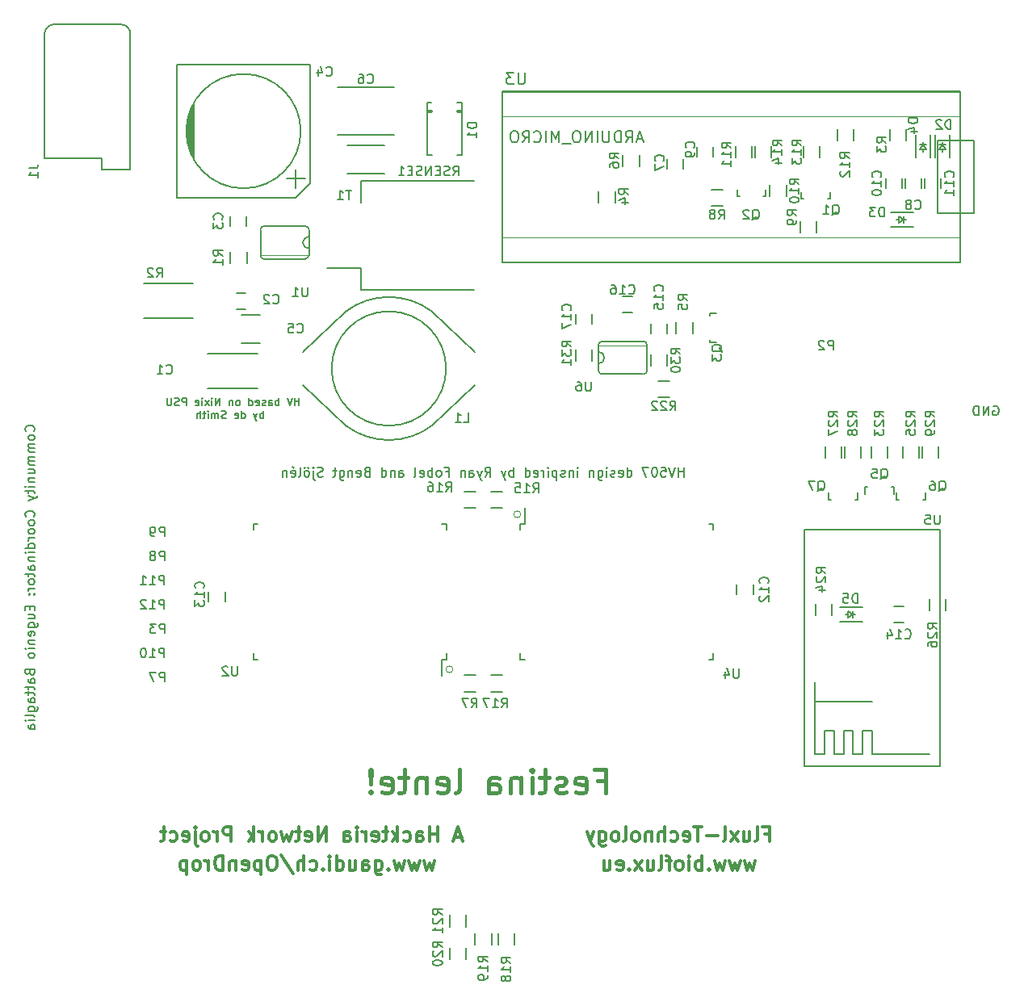
<source format=gbr>
G04 #@! TF.FileFunction,Legend,Bot*
%FSLAX46Y46*%
G04 Gerber Fmt 4.6, Leading zero omitted, Abs format (unit mm)*
G04 Created by KiCad (PCBNEW 0.201604232031+6710~44~ubuntu14.04.1-product) date Wed 11 May 2016 03:38:49 PM CEST*
%MOMM*%
%LPD*%
G01*
G04 APERTURE LIST*
%ADD10C,0.100000*%
%ADD11C,0.400000*%
%ADD12C,0.150000*%
%ADD13C,0.200000*%
%ADD14C,0.300000*%
%ADD15C,0.076200*%
%ADD16C,0.050000*%
%ADD17C,0.152400*%
G04 APERTURE END LIST*
D10*
X103915210Y-91372000D02*
G75*
G03X103915210Y-91372000I-359210J0D01*
G01*
X96803210Y-107628000D02*
G75*
G03X96803210Y-107628000I-359210J0D01*
G01*
D11*
X111994095Y-119321428D02*
X112827428Y-119321428D01*
X112827428Y-120630952D02*
X112827428Y-118130952D01*
X111636952Y-118130952D01*
X109732190Y-120511904D02*
X109970285Y-120630952D01*
X110446476Y-120630952D01*
X110684571Y-120511904D01*
X110803619Y-120273809D01*
X110803619Y-119321428D01*
X110684571Y-119083333D01*
X110446476Y-118964285D01*
X109970285Y-118964285D01*
X109732190Y-119083333D01*
X109613142Y-119321428D01*
X109613142Y-119559523D01*
X110803619Y-119797619D01*
X108660761Y-120511904D02*
X108422666Y-120630952D01*
X107946476Y-120630952D01*
X107708380Y-120511904D01*
X107589333Y-120273809D01*
X107589333Y-120154761D01*
X107708380Y-119916666D01*
X107946476Y-119797619D01*
X108303619Y-119797619D01*
X108541714Y-119678571D01*
X108660761Y-119440476D01*
X108660761Y-119321428D01*
X108541714Y-119083333D01*
X108303619Y-118964285D01*
X107946476Y-118964285D01*
X107708380Y-119083333D01*
X106875047Y-118964285D02*
X105922666Y-118964285D01*
X106517904Y-118130952D02*
X106517904Y-120273809D01*
X106398857Y-120511904D01*
X106160761Y-120630952D01*
X105922666Y-120630952D01*
X105089333Y-120630952D02*
X105089333Y-118964285D01*
X105089333Y-118130952D02*
X105208380Y-118250000D01*
X105089333Y-118369047D01*
X104970285Y-118250000D01*
X105089333Y-118130952D01*
X105089333Y-118369047D01*
X103898857Y-118964285D02*
X103898857Y-120630952D01*
X103898857Y-119202380D02*
X103779809Y-119083333D01*
X103541714Y-118964285D01*
X103184571Y-118964285D01*
X102946476Y-119083333D01*
X102827428Y-119321428D01*
X102827428Y-120630952D01*
X100565523Y-120630952D02*
X100565523Y-119321428D01*
X100684571Y-119083333D01*
X100922666Y-118964285D01*
X101398857Y-118964285D01*
X101636952Y-119083333D01*
X100565523Y-120511904D02*
X100803619Y-120630952D01*
X101398857Y-120630952D01*
X101636952Y-120511904D01*
X101756000Y-120273809D01*
X101756000Y-120035714D01*
X101636952Y-119797619D01*
X101398857Y-119678571D01*
X100803619Y-119678571D01*
X100565523Y-119559523D01*
X97113142Y-120630952D02*
X97351238Y-120511904D01*
X97470285Y-120273809D01*
X97470285Y-118130952D01*
X95208380Y-120511904D02*
X95446476Y-120630952D01*
X95922666Y-120630952D01*
X96160761Y-120511904D01*
X96279809Y-120273809D01*
X96279809Y-119321428D01*
X96160761Y-119083333D01*
X95922666Y-118964285D01*
X95446476Y-118964285D01*
X95208380Y-119083333D01*
X95089333Y-119321428D01*
X95089333Y-119559523D01*
X96279809Y-119797619D01*
X94017904Y-118964285D02*
X94017904Y-120630952D01*
X94017904Y-119202380D02*
X93898857Y-119083333D01*
X93660761Y-118964285D01*
X93303619Y-118964285D01*
X93065523Y-119083333D01*
X92946476Y-119321428D01*
X92946476Y-120630952D01*
X92113142Y-118964285D02*
X91160761Y-118964285D01*
X91756000Y-118130952D02*
X91756000Y-120273809D01*
X91636952Y-120511904D01*
X91398857Y-120630952D01*
X91160761Y-120630952D01*
X89375047Y-120511904D02*
X89613142Y-120630952D01*
X90089333Y-120630952D01*
X90327428Y-120511904D01*
X90446476Y-120273809D01*
X90446476Y-119321428D01*
X90327428Y-119083333D01*
X90089333Y-118964285D01*
X89613142Y-118964285D01*
X89375047Y-119083333D01*
X89256000Y-119321428D01*
X89256000Y-119559523D01*
X90446476Y-119797619D01*
X88184571Y-120392857D02*
X88065523Y-120511904D01*
X88184571Y-120630952D01*
X88303619Y-120511904D01*
X88184571Y-120392857D01*
X88184571Y-120630952D01*
X88184571Y-119678571D02*
X88303619Y-118250000D01*
X88184571Y-118130952D01*
X88065523Y-118250000D01*
X88184571Y-119678571D01*
X88184571Y-118130952D01*
D12*
X52863142Y-82666666D02*
X52910761Y-82619047D01*
X52958380Y-82476190D01*
X52958380Y-82380952D01*
X52910761Y-82238095D01*
X52815523Y-82142857D01*
X52720285Y-82095238D01*
X52529809Y-82047619D01*
X52386952Y-82047619D01*
X52196476Y-82095238D01*
X52101238Y-82142857D01*
X52006000Y-82238095D01*
X51958380Y-82380952D01*
X51958380Y-82476190D01*
X52006000Y-82619047D01*
X52053619Y-82666666D01*
X52958380Y-83238095D02*
X52910761Y-83142857D01*
X52863142Y-83095238D01*
X52767904Y-83047619D01*
X52482190Y-83047619D01*
X52386952Y-83095238D01*
X52339333Y-83142857D01*
X52291714Y-83238095D01*
X52291714Y-83380952D01*
X52339333Y-83476190D01*
X52386952Y-83523809D01*
X52482190Y-83571428D01*
X52767904Y-83571428D01*
X52863142Y-83523809D01*
X52910761Y-83476190D01*
X52958380Y-83380952D01*
X52958380Y-83238095D01*
X52958380Y-84000000D02*
X52291714Y-84000000D01*
X52386952Y-84000000D02*
X52339333Y-84047619D01*
X52291714Y-84142857D01*
X52291714Y-84285714D01*
X52339333Y-84380952D01*
X52434571Y-84428571D01*
X52958380Y-84428571D01*
X52434571Y-84428571D02*
X52339333Y-84476190D01*
X52291714Y-84571428D01*
X52291714Y-84714285D01*
X52339333Y-84809523D01*
X52434571Y-84857142D01*
X52958380Y-84857142D01*
X52958380Y-85333333D02*
X52291714Y-85333333D01*
X52386952Y-85333333D02*
X52339333Y-85380952D01*
X52291714Y-85476190D01*
X52291714Y-85619047D01*
X52339333Y-85714285D01*
X52434571Y-85761904D01*
X52958380Y-85761904D01*
X52434571Y-85761904D02*
X52339333Y-85809523D01*
X52291714Y-85904761D01*
X52291714Y-86047619D01*
X52339333Y-86142857D01*
X52434571Y-86190476D01*
X52958380Y-86190476D01*
X52291714Y-87095238D02*
X52958380Y-87095238D01*
X52291714Y-86666666D02*
X52815523Y-86666666D01*
X52910761Y-86714285D01*
X52958380Y-86809523D01*
X52958380Y-86952380D01*
X52910761Y-87047619D01*
X52863142Y-87095238D01*
X52291714Y-87571428D02*
X52958380Y-87571428D01*
X52386952Y-87571428D02*
X52339333Y-87619047D01*
X52291714Y-87714285D01*
X52291714Y-87857142D01*
X52339333Y-87952380D01*
X52434571Y-88000000D01*
X52958380Y-88000000D01*
X52958380Y-88476190D02*
X52291714Y-88476190D01*
X51958380Y-88476190D02*
X52006000Y-88428571D01*
X52053619Y-88476190D01*
X52006000Y-88523809D01*
X51958380Y-88476190D01*
X52053619Y-88476190D01*
X52291714Y-88809523D02*
X52291714Y-89190476D01*
X51958380Y-88952380D02*
X52815523Y-88952380D01*
X52910761Y-89000000D01*
X52958380Y-89095238D01*
X52958380Y-89190476D01*
X52291714Y-89428571D02*
X52958380Y-89666666D01*
X52291714Y-89904761D02*
X52958380Y-89666666D01*
X53196476Y-89571428D01*
X53244095Y-89523809D01*
X53291714Y-89428571D01*
X52863142Y-91619047D02*
X52910761Y-91571428D01*
X52958380Y-91428571D01*
X52958380Y-91333333D01*
X52910761Y-91190476D01*
X52815523Y-91095238D01*
X52720285Y-91047619D01*
X52529809Y-91000000D01*
X52386952Y-90999999D01*
X52196476Y-91047619D01*
X52101238Y-91095238D01*
X52006000Y-91190476D01*
X51958380Y-91333333D01*
X51958380Y-91428571D01*
X52006000Y-91571428D01*
X52053619Y-91619047D01*
X52958380Y-92190476D02*
X52910761Y-92095238D01*
X52863142Y-92047619D01*
X52767904Y-92000000D01*
X52482190Y-92000000D01*
X52386952Y-92047619D01*
X52339333Y-92095238D01*
X52291714Y-92190476D01*
X52291714Y-92333333D01*
X52339333Y-92428571D01*
X52386952Y-92476190D01*
X52482190Y-92523809D01*
X52767904Y-92523809D01*
X52863142Y-92476190D01*
X52910761Y-92428571D01*
X52958380Y-92333333D01*
X52958380Y-92190476D01*
X52958380Y-93095238D02*
X52910761Y-93000000D01*
X52863142Y-92952380D01*
X52767904Y-92904761D01*
X52482190Y-92904761D01*
X52386952Y-92952380D01*
X52339333Y-92999999D01*
X52291714Y-93095238D01*
X52291714Y-93238095D01*
X52339333Y-93333333D01*
X52386952Y-93380952D01*
X52482190Y-93428571D01*
X52767904Y-93428571D01*
X52863142Y-93380952D01*
X52910761Y-93333333D01*
X52958380Y-93238095D01*
X52958380Y-93095238D01*
X52958380Y-93857142D02*
X52291714Y-93857142D01*
X52482190Y-93857142D02*
X52386952Y-93904761D01*
X52339333Y-93952380D01*
X52291714Y-94047619D01*
X52291714Y-94142857D01*
X52958380Y-94904761D02*
X51958380Y-94904761D01*
X52910761Y-94904761D02*
X52958380Y-94809523D01*
X52958380Y-94619047D01*
X52910761Y-94523809D01*
X52863142Y-94476190D01*
X52767904Y-94428571D01*
X52482190Y-94428571D01*
X52386952Y-94476190D01*
X52339333Y-94523809D01*
X52291714Y-94619047D01*
X52291714Y-94809523D01*
X52339333Y-94904761D01*
X52958380Y-95380952D02*
X52291714Y-95380952D01*
X51958380Y-95380952D02*
X52006000Y-95333333D01*
X52053619Y-95380952D01*
X52006000Y-95428571D01*
X51958380Y-95380952D01*
X52053619Y-95380952D01*
X52291714Y-95857142D02*
X52958380Y-95857142D01*
X52386952Y-95857142D02*
X52339333Y-95904761D01*
X52291714Y-95999999D01*
X52291714Y-96142857D01*
X52339333Y-96238095D01*
X52434571Y-96285714D01*
X52958380Y-96285714D01*
X52958380Y-97190476D02*
X52434571Y-97190476D01*
X52339333Y-97142857D01*
X52291714Y-97047619D01*
X52291714Y-96857142D01*
X52339333Y-96761904D01*
X52910761Y-97190476D02*
X52958380Y-97095238D01*
X52958380Y-96857142D01*
X52910761Y-96761904D01*
X52815523Y-96714285D01*
X52720285Y-96714285D01*
X52625047Y-96761904D01*
X52577428Y-96857142D01*
X52577428Y-97095238D01*
X52529809Y-97190476D01*
X52291714Y-97523809D02*
X52291714Y-97904761D01*
X51958380Y-97666666D02*
X52815523Y-97666666D01*
X52910761Y-97714285D01*
X52958380Y-97809523D01*
X52958380Y-97904761D01*
X52958380Y-98380952D02*
X52910761Y-98285714D01*
X52863142Y-98238095D01*
X52767904Y-98190476D01*
X52482190Y-98190476D01*
X52386952Y-98238095D01*
X52339333Y-98285714D01*
X52291714Y-98380952D01*
X52291714Y-98523809D01*
X52339333Y-98619047D01*
X52386952Y-98666666D01*
X52482190Y-98714285D01*
X52767904Y-98714285D01*
X52863142Y-98666666D01*
X52910761Y-98619047D01*
X52958380Y-98523809D01*
X52958380Y-98380952D01*
X52958380Y-99142857D02*
X52291714Y-99142857D01*
X52482190Y-99142857D02*
X52386952Y-99190476D01*
X52339333Y-99238095D01*
X52291714Y-99333333D01*
X52291714Y-99428571D01*
X52863142Y-99761904D02*
X52910761Y-99809523D01*
X52958380Y-99761904D01*
X52910761Y-99714285D01*
X52863142Y-99761904D01*
X52958380Y-99761904D01*
X52339333Y-99761904D02*
X52386952Y-99809523D01*
X52434571Y-99761904D01*
X52386952Y-99714285D01*
X52339333Y-99761904D01*
X52434571Y-99761904D01*
X52434571Y-100999999D02*
X52434571Y-101333333D01*
X52958380Y-101476190D02*
X52958380Y-100999999D01*
X51958380Y-100999999D01*
X51958380Y-101476190D01*
X52291714Y-102333333D02*
X52958380Y-102333333D01*
X52291714Y-101904761D02*
X52815523Y-101904761D01*
X52910761Y-101952380D01*
X52958380Y-102047619D01*
X52958380Y-102190476D01*
X52910761Y-102285714D01*
X52863142Y-102333333D01*
X52291714Y-103238095D02*
X53101238Y-103238095D01*
X53196476Y-103190476D01*
X53244095Y-103142857D01*
X53291714Y-103047619D01*
X53291714Y-102904761D01*
X53244095Y-102809523D01*
X52910761Y-103238095D02*
X52958380Y-103142857D01*
X52958380Y-102952380D01*
X52910761Y-102857142D01*
X52863142Y-102809523D01*
X52767904Y-102761904D01*
X52482190Y-102761904D01*
X52386952Y-102809523D01*
X52339333Y-102857142D01*
X52291714Y-102952380D01*
X52291714Y-103142857D01*
X52339333Y-103238095D01*
X52910761Y-104095238D02*
X52958380Y-103999999D01*
X52958380Y-103809523D01*
X52910761Y-103714285D01*
X52815523Y-103666666D01*
X52434571Y-103666666D01*
X52339333Y-103714285D01*
X52291714Y-103809523D01*
X52291714Y-103999999D01*
X52339333Y-104095238D01*
X52434571Y-104142857D01*
X52529809Y-104142857D01*
X52625047Y-103666666D01*
X52291714Y-104571428D02*
X52958380Y-104571428D01*
X52386952Y-104571428D02*
X52339333Y-104619047D01*
X52291714Y-104714285D01*
X52291714Y-104857142D01*
X52339333Y-104952380D01*
X52434571Y-104999999D01*
X52958380Y-104999999D01*
X52958380Y-105476190D02*
X52291714Y-105476190D01*
X51958380Y-105476190D02*
X52006000Y-105428571D01*
X52053619Y-105476190D01*
X52006000Y-105523809D01*
X51958380Y-105476190D01*
X52053619Y-105476190D01*
X52958380Y-106095238D02*
X52910761Y-105999999D01*
X52863142Y-105952380D01*
X52767904Y-105904761D01*
X52482190Y-105904761D01*
X52386952Y-105952380D01*
X52339333Y-105999999D01*
X52291714Y-106095238D01*
X52291714Y-106238095D01*
X52339333Y-106333333D01*
X52386952Y-106380952D01*
X52482190Y-106428571D01*
X52767904Y-106428571D01*
X52863142Y-106380952D01*
X52910761Y-106333333D01*
X52958380Y-106238095D01*
X52958380Y-106095238D01*
X52434571Y-107952380D02*
X52482190Y-108095238D01*
X52529809Y-108142857D01*
X52625047Y-108190476D01*
X52767904Y-108190476D01*
X52863142Y-108142857D01*
X52910761Y-108095238D01*
X52958380Y-107999999D01*
X52958380Y-107619047D01*
X51958380Y-107619047D01*
X51958380Y-107952380D01*
X52006000Y-108047619D01*
X52053619Y-108095238D01*
X52148857Y-108142857D01*
X52244095Y-108142857D01*
X52339333Y-108095238D01*
X52386952Y-108047619D01*
X52434571Y-107952380D01*
X52434571Y-107619047D01*
X52958380Y-109047619D02*
X52434571Y-109047619D01*
X52339333Y-108999999D01*
X52291714Y-108904761D01*
X52291714Y-108714285D01*
X52339333Y-108619047D01*
X52910761Y-109047619D02*
X52958380Y-108952380D01*
X52958380Y-108714285D01*
X52910761Y-108619047D01*
X52815523Y-108571428D01*
X52720285Y-108571428D01*
X52625047Y-108619047D01*
X52577428Y-108714285D01*
X52577428Y-108952380D01*
X52529809Y-109047619D01*
X52291714Y-109380952D02*
X52291714Y-109761904D01*
X51958380Y-109523809D02*
X52815523Y-109523809D01*
X52910761Y-109571428D01*
X52958380Y-109666666D01*
X52958380Y-109761904D01*
X52291714Y-109952380D02*
X52291714Y-110333333D01*
X51958380Y-110095238D02*
X52815523Y-110095238D01*
X52910761Y-110142857D01*
X52958380Y-110238095D01*
X52958380Y-110333333D01*
X52958380Y-111095238D02*
X52434571Y-111095238D01*
X52339333Y-111047619D01*
X52291714Y-110952380D01*
X52291714Y-110761904D01*
X52339333Y-110666666D01*
X52910761Y-111095238D02*
X52958380Y-110999999D01*
X52958380Y-110761904D01*
X52910761Y-110666666D01*
X52815523Y-110619047D01*
X52720285Y-110619047D01*
X52625047Y-110666666D01*
X52577428Y-110761904D01*
X52577428Y-110999999D01*
X52529809Y-111095238D01*
X52291714Y-111999999D02*
X53101238Y-111999999D01*
X53196476Y-111952380D01*
X53244095Y-111904761D01*
X53291714Y-111809523D01*
X53291714Y-111666666D01*
X53244095Y-111571428D01*
X52910761Y-111999999D02*
X52958380Y-111904761D01*
X52958380Y-111714285D01*
X52910761Y-111619047D01*
X52863142Y-111571428D01*
X52767904Y-111523809D01*
X52482190Y-111523809D01*
X52386952Y-111571428D01*
X52339333Y-111619047D01*
X52291714Y-111714285D01*
X52291714Y-111904761D01*
X52339333Y-111999999D01*
X52958380Y-112619047D02*
X52910761Y-112523809D01*
X52815523Y-112476190D01*
X51958380Y-112476190D01*
X52958380Y-112999999D02*
X52291714Y-112999999D01*
X51958380Y-112999999D02*
X52006000Y-112952380D01*
X52053619Y-112999999D01*
X52006000Y-113047619D01*
X51958380Y-112999999D01*
X52053619Y-112999999D01*
X52958380Y-113904761D02*
X52434571Y-113904761D01*
X52339333Y-113857142D01*
X52291714Y-113761904D01*
X52291714Y-113571428D01*
X52339333Y-113476190D01*
X52910761Y-113904761D02*
X52958380Y-113809523D01*
X52958380Y-113571428D01*
X52910761Y-113476190D01*
X52815523Y-113428571D01*
X52720285Y-113428571D01*
X52625047Y-113476190D01*
X52577428Y-113571428D01*
X52577428Y-113809523D01*
X52529809Y-113904761D01*
D13*
X121029809Y-87452380D02*
X121029809Y-86452380D01*
X121029809Y-86928571D02*
X120458380Y-86928571D01*
X120458380Y-87452380D02*
X120458380Y-86452380D01*
X120125047Y-86452380D02*
X119791714Y-87452380D01*
X119458380Y-86452380D01*
X118648857Y-86452380D02*
X119125047Y-86452380D01*
X119172666Y-86928571D01*
X119125047Y-86880952D01*
X119029809Y-86833333D01*
X118791714Y-86833333D01*
X118696476Y-86880952D01*
X118648857Y-86928571D01*
X118601238Y-87023809D01*
X118601238Y-87261904D01*
X118648857Y-87357142D01*
X118696476Y-87404761D01*
X118791714Y-87452380D01*
X119029809Y-87452380D01*
X119125047Y-87404761D01*
X119172666Y-87357142D01*
X117982190Y-86452380D02*
X117886952Y-86452380D01*
X117791714Y-86500000D01*
X117744095Y-86547619D01*
X117696476Y-86642857D01*
X117648857Y-86833333D01*
X117648857Y-87071428D01*
X117696476Y-87261904D01*
X117744095Y-87357142D01*
X117791714Y-87404761D01*
X117886952Y-87452380D01*
X117982190Y-87452380D01*
X118077428Y-87404761D01*
X118125047Y-87357142D01*
X118172666Y-87261904D01*
X118220285Y-87071428D01*
X118220285Y-86833333D01*
X118172666Y-86642857D01*
X118125047Y-86547619D01*
X118077428Y-86500000D01*
X117982190Y-86452380D01*
X117315523Y-86452380D02*
X116648857Y-86452380D01*
X117077428Y-87452380D01*
X115077428Y-87452380D02*
X115077428Y-86452380D01*
X115077428Y-87404761D02*
X115172666Y-87452380D01*
X115363142Y-87452380D01*
X115458380Y-87404761D01*
X115505999Y-87357142D01*
X115553619Y-87261904D01*
X115553619Y-86976190D01*
X115505999Y-86880952D01*
X115458380Y-86833333D01*
X115363142Y-86785714D01*
X115172666Y-86785714D01*
X115077428Y-86833333D01*
X114220285Y-87404761D02*
X114315523Y-87452380D01*
X114505999Y-87452380D01*
X114601238Y-87404761D01*
X114648857Y-87309523D01*
X114648857Y-86928571D01*
X114601238Y-86833333D01*
X114505999Y-86785714D01*
X114315523Y-86785714D01*
X114220285Y-86833333D01*
X114172666Y-86928571D01*
X114172666Y-87023809D01*
X114648857Y-87119047D01*
X113791714Y-87404761D02*
X113696476Y-87452380D01*
X113505999Y-87452380D01*
X113410761Y-87404761D01*
X113363142Y-87309523D01*
X113363142Y-87261904D01*
X113410761Y-87166666D01*
X113505999Y-87119047D01*
X113648857Y-87119047D01*
X113744095Y-87071428D01*
X113791714Y-86976190D01*
X113791714Y-86928571D01*
X113744095Y-86833333D01*
X113648857Y-86785714D01*
X113505999Y-86785714D01*
X113410761Y-86833333D01*
X112934571Y-87452380D02*
X112934571Y-86785714D01*
X112934571Y-86452380D02*
X112982190Y-86500000D01*
X112934571Y-86547619D01*
X112886952Y-86500000D01*
X112934571Y-86452380D01*
X112934571Y-86547619D01*
X112029809Y-86785714D02*
X112029809Y-87595238D01*
X112077428Y-87690476D01*
X112125047Y-87738095D01*
X112220285Y-87785714D01*
X112363142Y-87785714D01*
X112458380Y-87738095D01*
X112029809Y-87404761D02*
X112125047Y-87452380D01*
X112315523Y-87452380D01*
X112410761Y-87404761D01*
X112458380Y-87357142D01*
X112505999Y-87261904D01*
X112505999Y-86976190D01*
X112458380Y-86880952D01*
X112410761Y-86833333D01*
X112315523Y-86785714D01*
X112125047Y-86785714D01*
X112029809Y-86833333D01*
X111553619Y-86785714D02*
X111553619Y-87452380D01*
X111553619Y-86880952D02*
X111505999Y-86833333D01*
X111410761Y-86785714D01*
X111267904Y-86785714D01*
X111172666Y-86833333D01*
X111125047Y-86928571D01*
X111125047Y-87452380D01*
X109886952Y-87452380D02*
X109886952Y-86785714D01*
X109886952Y-86452380D02*
X109934571Y-86500000D01*
X109886952Y-86547619D01*
X109839333Y-86500000D01*
X109886952Y-86452380D01*
X109886952Y-86547619D01*
X109410761Y-86785714D02*
X109410761Y-87452380D01*
X109410761Y-86880952D02*
X109363142Y-86833333D01*
X109267904Y-86785714D01*
X109125047Y-86785714D01*
X109029809Y-86833333D01*
X108982190Y-86928571D01*
X108982190Y-87452380D01*
X108553619Y-87404761D02*
X108458380Y-87452380D01*
X108267904Y-87452380D01*
X108172666Y-87404761D01*
X108125047Y-87309523D01*
X108125047Y-87261904D01*
X108172666Y-87166666D01*
X108267904Y-87119047D01*
X108410761Y-87119047D01*
X108506000Y-87071428D01*
X108553619Y-86976190D01*
X108553619Y-86928571D01*
X108506000Y-86833333D01*
X108410761Y-86785714D01*
X108267904Y-86785714D01*
X108172666Y-86833333D01*
X107696476Y-86785714D02*
X107696476Y-87785714D01*
X107696476Y-86833333D02*
X107601238Y-86785714D01*
X107410761Y-86785714D01*
X107315523Y-86833333D01*
X107267904Y-86880952D01*
X107220285Y-86976190D01*
X107220285Y-87261904D01*
X107267904Y-87357142D01*
X107315523Y-87404761D01*
X107410761Y-87452380D01*
X107601238Y-87452380D01*
X107696476Y-87404761D01*
X106791714Y-87452380D02*
X106791714Y-86785714D01*
X106791714Y-86452380D02*
X106839333Y-86500000D01*
X106791714Y-86547619D01*
X106744095Y-86500000D01*
X106791714Y-86452380D01*
X106791714Y-86547619D01*
X106315523Y-87452380D02*
X106315523Y-86785714D01*
X106315523Y-86976190D02*
X106267904Y-86880952D01*
X106220285Y-86833333D01*
X106125047Y-86785714D01*
X106029809Y-86785714D01*
X105315523Y-87404761D02*
X105410761Y-87452380D01*
X105601238Y-87452380D01*
X105696476Y-87404761D01*
X105744095Y-87309523D01*
X105744095Y-86928571D01*
X105696476Y-86833333D01*
X105601238Y-86785714D01*
X105410761Y-86785714D01*
X105315523Y-86833333D01*
X105267904Y-86928571D01*
X105267904Y-87023809D01*
X105744095Y-87119047D01*
X104410761Y-87452380D02*
X104410761Y-86452380D01*
X104410761Y-87404761D02*
X104506000Y-87452380D01*
X104696476Y-87452380D01*
X104791714Y-87404761D01*
X104839333Y-87357142D01*
X104886952Y-87261904D01*
X104886952Y-86976190D01*
X104839333Y-86880952D01*
X104791714Y-86833333D01*
X104696476Y-86785714D01*
X104506000Y-86785714D01*
X104410761Y-86833333D01*
X103172666Y-87452380D02*
X103172666Y-86452380D01*
X103172666Y-86833333D02*
X103077428Y-86785714D01*
X102886952Y-86785714D01*
X102791714Y-86833333D01*
X102744095Y-86880952D01*
X102696476Y-86976190D01*
X102696476Y-87261904D01*
X102744095Y-87357142D01*
X102791714Y-87404761D01*
X102886952Y-87452380D01*
X103077428Y-87452380D01*
X103172666Y-87404761D01*
X102363142Y-86785714D02*
X102125047Y-87452380D01*
X101886952Y-86785714D02*
X102125047Y-87452380D01*
X102220285Y-87690476D01*
X102267904Y-87738095D01*
X102363142Y-87785714D01*
X100172666Y-87452380D02*
X100506000Y-86976190D01*
X100744095Y-87452380D02*
X100744095Y-86452380D01*
X100363142Y-86452380D01*
X100267904Y-86500000D01*
X100220285Y-86547619D01*
X100172666Y-86642857D01*
X100172666Y-86785714D01*
X100220285Y-86880952D01*
X100267904Y-86928571D01*
X100363142Y-86976190D01*
X100744095Y-86976190D01*
X99839333Y-86785714D02*
X99601238Y-87452380D01*
X99363142Y-86785714D02*
X99601238Y-87452380D01*
X99696476Y-87690476D01*
X99744095Y-87738095D01*
X99839333Y-87785714D01*
X98553619Y-87452380D02*
X98553619Y-86928571D01*
X98601238Y-86833333D01*
X98696476Y-86785714D01*
X98886952Y-86785714D01*
X98982190Y-86833333D01*
X98553619Y-87404761D02*
X98648857Y-87452380D01*
X98886952Y-87452380D01*
X98982190Y-87404761D01*
X99029809Y-87309523D01*
X99029809Y-87214285D01*
X98982190Y-87119047D01*
X98886952Y-87071428D01*
X98648857Y-87071428D01*
X98553619Y-87023809D01*
X98077428Y-86785714D02*
X98077428Y-87452380D01*
X98077428Y-86880952D02*
X98029809Y-86833333D01*
X97934571Y-86785714D01*
X97791714Y-86785714D01*
X97696476Y-86833333D01*
X97648857Y-86928571D01*
X97648857Y-87452380D01*
X96077428Y-86928571D02*
X96410761Y-86928571D01*
X96410761Y-87452380D02*
X96410761Y-86452380D01*
X95934571Y-86452380D01*
X95410761Y-87452380D02*
X95506000Y-87404761D01*
X95553619Y-87357142D01*
X95601238Y-87261904D01*
X95601238Y-86976190D01*
X95553619Y-86880952D01*
X95506000Y-86833333D01*
X95410761Y-86785714D01*
X95267904Y-86785714D01*
X95172666Y-86833333D01*
X95125047Y-86880952D01*
X95077428Y-86976190D01*
X95077428Y-87261904D01*
X95125047Y-87357142D01*
X95172666Y-87404761D01*
X95267904Y-87452380D01*
X95410761Y-87452380D01*
X94648857Y-87452380D02*
X94648857Y-86452380D01*
X94648857Y-86833333D02*
X94553619Y-86785714D01*
X94363142Y-86785714D01*
X94267904Y-86833333D01*
X94220285Y-86880952D01*
X94172666Y-86976190D01*
X94172666Y-87261904D01*
X94220285Y-87357142D01*
X94267904Y-87404761D01*
X94363142Y-87452380D01*
X94553619Y-87452380D01*
X94648857Y-87404761D01*
X93363142Y-87404761D02*
X93458380Y-87452380D01*
X93648857Y-87452380D01*
X93744095Y-87404761D01*
X93791714Y-87309523D01*
X93791714Y-86928571D01*
X93744095Y-86833333D01*
X93648857Y-86785714D01*
X93458380Y-86785714D01*
X93363142Y-86833333D01*
X93315523Y-86928571D01*
X93315523Y-87023809D01*
X93791714Y-87119047D01*
X92744095Y-87452380D02*
X92839333Y-87404761D01*
X92886952Y-87309523D01*
X92886952Y-86452380D01*
X91172666Y-87452380D02*
X91172666Y-86928571D01*
X91220285Y-86833333D01*
X91315523Y-86785714D01*
X91506000Y-86785714D01*
X91601238Y-86833333D01*
X91172666Y-87404761D02*
X91267904Y-87452380D01*
X91506000Y-87452380D01*
X91601238Y-87404761D01*
X91648857Y-87309523D01*
X91648857Y-87214285D01*
X91601238Y-87119047D01*
X91506000Y-87071428D01*
X91267904Y-87071428D01*
X91172666Y-87023809D01*
X90696476Y-86785714D02*
X90696476Y-87452380D01*
X90696476Y-86880952D02*
X90648857Y-86833333D01*
X90553619Y-86785714D01*
X90410761Y-86785714D01*
X90315523Y-86833333D01*
X90267904Y-86928571D01*
X90267904Y-87452380D01*
X89363142Y-87452380D02*
X89363142Y-86452380D01*
X89363142Y-87404761D02*
X89458380Y-87452380D01*
X89648857Y-87452380D01*
X89744095Y-87404761D01*
X89791714Y-87357142D01*
X89839333Y-87261904D01*
X89839333Y-86976190D01*
X89791714Y-86880952D01*
X89744095Y-86833333D01*
X89648857Y-86785714D01*
X89458380Y-86785714D01*
X89363142Y-86833333D01*
X87791714Y-86928571D02*
X87648857Y-86976190D01*
X87601238Y-87023809D01*
X87553619Y-87119047D01*
X87553619Y-87261904D01*
X87601238Y-87357142D01*
X87648857Y-87404761D01*
X87744095Y-87452380D01*
X88125047Y-87452380D01*
X88125047Y-86452380D01*
X87791714Y-86452380D01*
X87696476Y-86500000D01*
X87648857Y-86547619D01*
X87601238Y-86642857D01*
X87601238Y-86738095D01*
X87648857Y-86833333D01*
X87696476Y-86880952D01*
X87791714Y-86928571D01*
X88125047Y-86928571D01*
X86744095Y-87404761D02*
X86839333Y-87452380D01*
X87029809Y-87452380D01*
X87125047Y-87404761D01*
X87172666Y-87309523D01*
X87172666Y-86928571D01*
X87125047Y-86833333D01*
X87029809Y-86785714D01*
X86839333Y-86785714D01*
X86744095Y-86833333D01*
X86696476Y-86928571D01*
X86696476Y-87023809D01*
X87172666Y-87119047D01*
X86267904Y-86785714D02*
X86267904Y-87452380D01*
X86267904Y-86880952D02*
X86220285Y-86833333D01*
X86125047Y-86785714D01*
X85982190Y-86785714D01*
X85886952Y-86833333D01*
X85839333Y-86928571D01*
X85839333Y-87452380D01*
X84934571Y-86785714D02*
X84934571Y-87595238D01*
X84982190Y-87690476D01*
X85029809Y-87738095D01*
X85125047Y-87785714D01*
X85267904Y-87785714D01*
X85363142Y-87738095D01*
X84934571Y-87404761D02*
X85029809Y-87452380D01*
X85220285Y-87452380D01*
X85315523Y-87404761D01*
X85363142Y-87357142D01*
X85410761Y-87261904D01*
X85410761Y-86976190D01*
X85363142Y-86880952D01*
X85315523Y-86833333D01*
X85220285Y-86785714D01*
X85029809Y-86785714D01*
X84934571Y-86833333D01*
X84601238Y-86785714D02*
X84220285Y-86785714D01*
X84458380Y-86452380D02*
X84458380Y-87309523D01*
X84410761Y-87404761D01*
X84315523Y-87452380D01*
X84220285Y-87452380D01*
X83172666Y-87404761D02*
X83029809Y-87452380D01*
X82791714Y-87452380D01*
X82696476Y-87404761D01*
X82648857Y-87357142D01*
X82601238Y-87261904D01*
X82601238Y-87166666D01*
X82648857Y-87071428D01*
X82696476Y-87023809D01*
X82791714Y-86976190D01*
X82982190Y-86928571D01*
X83077428Y-86880952D01*
X83125047Y-86833333D01*
X83172666Y-86738095D01*
X83172666Y-86642857D01*
X83125047Y-86547619D01*
X83077428Y-86500000D01*
X82982190Y-86452380D01*
X82744095Y-86452380D01*
X82601238Y-86500000D01*
X82172666Y-86785714D02*
X82172666Y-87642857D01*
X82220285Y-87738095D01*
X82315523Y-87785714D01*
X82363142Y-87785714D01*
X82172666Y-86452380D02*
X82220285Y-86500000D01*
X82172666Y-86547619D01*
X82125047Y-86500000D01*
X82172666Y-86452380D01*
X82172666Y-86547619D01*
X81553619Y-87452380D02*
X81648857Y-87404761D01*
X81696476Y-87357142D01*
X81744095Y-87261904D01*
X81744095Y-86976190D01*
X81696476Y-86880952D01*
X81648857Y-86833333D01*
X81553619Y-86785714D01*
X81410761Y-86785714D01*
X81315523Y-86833333D01*
X81267904Y-86880952D01*
X81220285Y-86976190D01*
X81220285Y-87261904D01*
X81267904Y-87357142D01*
X81315523Y-87404761D01*
X81410761Y-87452380D01*
X81553619Y-87452380D01*
X81648857Y-86452380D02*
X81601238Y-86500000D01*
X81648857Y-86547619D01*
X81696476Y-86500000D01*
X81648857Y-86452380D01*
X81648857Y-86547619D01*
X81267904Y-86452380D02*
X81220285Y-86500000D01*
X81267904Y-86547619D01*
X81315523Y-86500000D01*
X81267904Y-86452380D01*
X81267904Y-86547619D01*
X80648857Y-87452380D02*
X80744095Y-87404761D01*
X80791714Y-87309523D01*
X80791714Y-86452380D01*
X79886952Y-87404761D02*
X79982190Y-87452380D01*
X80172666Y-87452380D01*
X80267904Y-87404761D01*
X80315523Y-87309523D01*
X80315523Y-86928571D01*
X80267904Y-86833333D01*
X80172666Y-86785714D01*
X79982190Y-86785714D01*
X79886952Y-86833333D01*
X79839333Y-86928571D01*
X79839333Y-87023809D01*
X80315523Y-87119047D01*
X79982190Y-86404761D02*
X80125047Y-86547619D01*
X79410761Y-86785714D02*
X79410761Y-87452380D01*
X79410761Y-86880952D02*
X79363142Y-86833333D01*
X79267904Y-86785714D01*
X79125047Y-86785714D01*
X79029809Y-86833333D01*
X78982190Y-86928571D01*
X78982190Y-87452380D01*
D12*
X80692095Y-79977904D02*
X80692095Y-79177904D01*
X80692095Y-79558857D02*
X80234952Y-79558857D01*
X80234952Y-79977904D02*
X80234952Y-79177904D01*
X79968285Y-79177904D02*
X79701619Y-79977904D01*
X79434952Y-79177904D01*
X78558761Y-79977904D02*
X78558761Y-79177904D01*
X78558761Y-79482666D02*
X78482571Y-79444571D01*
X78330190Y-79444571D01*
X78254000Y-79482666D01*
X78215904Y-79520761D01*
X78177809Y-79596952D01*
X78177809Y-79825523D01*
X78215904Y-79901714D01*
X78254000Y-79939809D01*
X78330190Y-79977904D01*
X78482571Y-79977904D01*
X78558761Y-79939809D01*
X77492095Y-79977904D02*
X77492095Y-79558857D01*
X77530190Y-79482666D01*
X77606380Y-79444571D01*
X77758761Y-79444571D01*
X77834952Y-79482666D01*
X77492095Y-79939809D02*
X77568285Y-79977904D01*
X77758761Y-79977904D01*
X77834952Y-79939809D01*
X77873047Y-79863619D01*
X77873047Y-79787428D01*
X77834952Y-79711238D01*
X77758761Y-79673142D01*
X77568285Y-79673142D01*
X77492095Y-79635047D01*
X77149238Y-79939809D02*
X77073047Y-79977904D01*
X76920666Y-79977904D01*
X76844476Y-79939809D01*
X76806380Y-79863619D01*
X76806380Y-79825523D01*
X76844476Y-79749333D01*
X76920666Y-79711238D01*
X77034952Y-79711238D01*
X77111142Y-79673142D01*
X77149238Y-79596952D01*
X77149238Y-79558857D01*
X77111142Y-79482666D01*
X77034952Y-79444571D01*
X76920666Y-79444571D01*
X76844476Y-79482666D01*
X76158761Y-79939809D02*
X76234952Y-79977904D01*
X76387333Y-79977904D01*
X76463523Y-79939809D01*
X76501619Y-79863619D01*
X76501619Y-79558857D01*
X76463523Y-79482666D01*
X76387333Y-79444571D01*
X76234952Y-79444571D01*
X76158761Y-79482666D01*
X76120666Y-79558857D01*
X76120666Y-79635047D01*
X76501619Y-79711238D01*
X75434952Y-79977904D02*
X75434952Y-79177904D01*
X75434952Y-79939809D02*
X75511142Y-79977904D01*
X75663523Y-79977904D01*
X75739714Y-79939809D01*
X75777809Y-79901714D01*
X75815904Y-79825523D01*
X75815904Y-79596952D01*
X75777809Y-79520761D01*
X75739714Y-79482666D01*
X75663523Y-79444571D01*
X75511142Y-79444571D01*
X75434952Y-79482666D01*
X74330190Y-79977904D02*
X74406380Y-79939809D01*
X74444476Y-79901714D01*
X74482571Y-79825523D01*
X74482571Y-79596952D01*
X74444476Y-79520761D01*
X74406380Y-79482666D01*
X74330190Y-79444571D01*
X74215904Y-79444571D01*
X74139714Y-79482666D01*
X74101619Y-79520761D01*
X74063523Y-79596952D01*
X74063523Y-79825523D01*
X74101619Y-79901714D01*
X74139714Y-79939809D01*
X74215904Y-79977904D01*
X74330190Y-79977904D01*
X73720666Y-79444571D02*
X73720666Y-79977904D01*
X73720666Y-79520761D02*
X73682571Y-79482666D01*
X73606380Y-79444571D01*
X73492095Y-79444571D01*
X73415904Y-79482666D01*
X73377809Y-79558857D01*
X73377809Y-79977904D01*
X72387333Y-79977904D02*
X72387333Y-79177904D01*
X71930190Y-79977904D01*
X71930190Y-79177904D01*
X71549238Y-79977904D02*
X71549238Y-79444571D01*
X71549238Y-79177904D02*
X71587333Y-79216000D01*
X71549238Y-79254095D01*
X71511142Y-79216000D01*
X71549238Y-79177904D01*
X71549238Y-79254095D01*
X71244476Y-79977904D02*
X70825428Y-79444571D01*
X71244476Y-79444571D02*
X70825428Y-79977904D01*
X70520666Y-79977904D02*
X70520666Y-79444571D01*
X70520666Y-79177904D02*
X70558761Y-79216000D01*
X70520666Y-79254095D01*
X70482571Y-79216000D01*
X70520666Y-79177904D01*
X70520666Y-79254095D01*
X69834952Y-79939809D02*
X69911142Y-79977904D01*
X70063523Y-79977904D01*
X70139714Y-79939809D01*
X70177809Y-79863619D01*
X70177809Y-79558857D01*
X70139714Y-79482666D01*
X70063523Y-79444571D01*
X69911142Y-79444571D01*
X69834952Y-79482666D01*
X69796857Y-79558857D01*
X69796857Y-79635047D01*
X70177809Y-79711238D01*
X68844476Y-79977904D02*
X68844476Y-79177904D01*
X68539714Y-79177904D01*
X68463523Y-79216000D01*
X68425428Y-79254095D01*
X68387333Y-79330285D01*
X68387333Y-79444571D01*
X68425428Y-79520761D01*
X68463523Y-79558857D01*
X68539714Y-79596952D01*
X68844476Y-79596952D01*
X68082571Y-79939809D02*
X67968285Y-79977904D01*
X67777809Y-79977904D01*
X67701619Y-79939809D01*
X67663523Y-79901714D01*
X67625428Y-79825523D01*
X67625428Y-79749333D01*
X67663523Y-79673142D01*
X67701619Y-79635047D01*
X67777809Y-79596952D01*
X67930190Y-79558857D01*
X68006380Y-79520761D01*
X68044476Y-79482666D01*
X68082571Y-79406476D01*
X68082571Y-79330285D01*
X68044476Y-79254095D01*
X68006380Y-79216000D01*
X67930190Y-79177904D01*
X67739714Y-79177904D01*
X67625428Y-79216000D01*
X67282571Y-79177904D02*
X67282571Y-79825523D01*
X67244476Y-79901714D01*
X67206380Y-79939809D01*
X67130190Y-79977904D01*
X66977809Y-79977904D01*
X66901619Y-79939809D01*
X66863523Y-79901714D01*
X66825428Y-79825523D01*
X66825428Y-79177904D01*
X76939714Y-81327904D02*
X76939714Y-80527904D01*
X76939714Y-80832666D02*
X76863523Y-80794571D01*
X76711142Y-80794571D01*
X76634952Y-80832666D01*
X76596857Y-80870761D01*
X76558761Y-80946952D01*
X76558761Y-81175523D01*
X76596857Y-81251714D01*
X76634952Y-81289809D01*
X76711142Y-81327904D01*
X76863523Y-81327904D01*
X76939714Y-81289809D01*
X76292095Y-80794571D02*
X76101619Y-81327904D01*
X75911142Y-80794571D02*
X76101619Y-81327904D01*
X76177809Y-81518380D01*
X76215904Y-81556476D01*
X76292095Y-81594571D01*
X74654000Y-81327904D02*
X74654000Y-80527904D01*
X74654000Y-81289809D02*
X74730190Y-81327904D01*
X74882571Y-81327904D01*
X74958761Y-81289809D01*
X74996857Y-81251714D01*
X75034952Y-81175523D01*
X75034952Y-80946952D01*
X74996857Y-80870761D01*
X74958761Y-80832666D01*
X74882571Y-80794571D01*
X74730190Y-80794571D01*
X74654000Y-80832666D01*
X73968285Y-81289809D02*
X74044476Y-81327904D01*
X74196857Y-81327904D01*
X74273047Y-81289809D01*
X74311142Y-81213619D01*
X74311142Y-80908857D01*
X74273047Y-80832666D01*
X74196857Y-80794571D01*
X74044476Y-80794571D01*
X73968285Y-80832666D01*
X73930190Y-80908857D01*
X73930190Y-80985047D01*
X74311142Y-81061238D01*
X73015904Y-81289809D02*
X72901619Y-81327904D01*
X72711142Y-81327904D01*
X72634952Y-81289809D01*
X72596857Y-81251714D01*
X72558761Y-81175523D01*
X72558761Y-81099333D01*
X72596857Y-81023142D01*
X72634952Y-80985047D01*
X72711142Y-80946952D01*
X72863523Y-80908857D01*
X72939714Y-80870761D01*
X72977809Y-80832666D01*
X73015904Y-80756476D01*
X73015904Y-80680285D01*
X72977809Y-80604095D01*
X72939714Y-80566000D01*
X72863523Y-80527904D01*
X72673047Y-80527904D01*
X72558761Y-80566000D01*
X72215904Y-81327904D02*
X72215904Y-80794571D01*
X72215904Y-80870761D02*
X72177809Y-80832666D01*
X72101619Y-80794571D01*
X71987333Y-80794571D01*
X71911142Y-80832666D01*
X71873047Y-80908857D01*
X71873047Y-81327904D01*
X71873047Y-80908857D02*
X71834952Y-80832666D01*
X71758761Y-80794571D01*
X71644476Y-80794571D01*
X71568285Y-80832666D01*
X71530190Y-80908857D01*
X71530190Y-81327904D01*
X71149238Y-81327904D02*
X71149238Y-80794571D01*
X71149238Y-80527904D02*
X71187333Y-80566000D01*
X71149238Y-80604095D01*
X71111142Y-80566000D01*
X71149238Y-80527904D01*
X71149238Y-80604095D01*
X70882571Y-80794571D02*
X70577809Y-80794571D01*
X70768285Y-80527904D02*
X70768285Y-81213619D01*
X70730190Y-81289809D01*
X70654000Y-81327904D01*
X70577809Y-81327904D01*
X70311142Y-81327904D02*
X70311142Y-80527904D01*
X69968285Y-81327904D02*
X69968285Y-80908857D01*
X70006380Y-80832666D01*
X70082571Y-80794571D01*
X70196857Y-80794571D01*
X70273047Y-80832666D01*
X70311142Y-80870761D01*
D13*
X153463904Y-80045000D02*
X153559142Y-79997380D01*
X153702000Y-79997380D01*
X153844857Y-80045000D01*
X153940095Y-80140238D01*
X153987714Y-80235476D01*
X154035333Y-80425952D01*
X154035333Y-80568809D01*
X153987714Y-80759285D01*
X153940095Y-80854523D01*
X153844857Y-80949761D01*
X153702000Y-80997380D01*
X153606761Y-80997380D01*
X153463904Y-80949761D01*
X153416285Y-80902142D01*
X153416285Y-80568809D01*
X153606761Y-80568809D01*
X152987714Y-80997380D02*
X152987714Y-79997380D01*
X152416285Y-80997380D01*
X152416285Y-79997380D01*
X151940095Y-80997380D02*
X151940095Y-79997380D01*
X151702000Y-79997380D01*
X151559142Y-80045000D01*
X151463904Y-80140238D01*
X151416285Y-80235476D01*
X151368666Y-80425952D01*
X151368666Y-80568809D01*
X151416285Y-80759285D01*
X151463904Y-80854523D01*
X151559142Y-80949761D01*
X151702000Y-80997380D01*
X151940095Y-80997380D01*
D14*
X128506000Y-127678571D02*
X128220285Y-128678571D01*
X127934571Y-127964285D01*
X127648857Y-128678571D01*
X127363142Y-127678571D01*
X126934571Y-127678571D02*
X126648857Y-128678571D01*
X126363142Y-127964285D01*
X126077428Y-128678571D01*
X125791714Y-127678571D01*
X125363142Y-127678571D02*
X125077428Y-128678571D01*
X124791714Y-127964285D01*
X124506000Y-128678571D01*
X124220285Y-127678571D01*
X123648857Y-128535714D02*
X123577428Y-128607142D01*
X123648857Y-128678571D01*
X123720285Y-128607142D01*
X123648857Y-128535714D01*
X123648857Y-128678571D01*
X122934571Y-128678571D02*
X122934571Y-127178571D01*
X122934571Y-127750000D02*
X122791714Y-127678571D01*
X122506000Y-127678571D01*
X122363142Y-127750000D01*
X122291714Y-127821428D01*
X122220285Y-127964285D01*
X122220285Y-128392857D01*
X122291714Y-128535714D01*
X122363142Y-128607142D01*
X122506000Y-128678571D01*
X122791714Y-128678571D01*
X122934571Y-128607142D01*
X121577428Y-128678571D02*
X121577428Y-127678571D01*
X121577428Y-127178571D02*
X121648857Y-127250000D01*
X121577428Y-127321428D01*
X121506000Y-127250000D01*
X121577428Y-127178571D01*
X121577428Y-127321428D01*
X120648857Y-128678571D02*
X120791714Y-128607142D01*
X120863142Y-128535714D01*
X120934571Y-128392857D01*
X120934571Y-127964285D01*
X120863142Y-127821428D01*
X120791714Y-127750000D01*
X120648857Y-127678571D01*
X120434571Y-127678571D01*
X120291714Y-127750000D01*
X120220285Y-127821428D01*
X120148857Y-127964285D01*
X120148857Y-128392857D01*
X120220285Y-128535714D01*
X120291714Y-128607142D01*
X120434571Y-128678571D01*
X120648857Y-128678571D01*
X119720285Y-127678571D02*
X119148857Y-127678571D01*
X119506000Y-128678571D02*
X119506000Y-127392857D01*
X119434571Y-127250000D01*
X119291714Y-127178571D01*
X119148857Y-127178571D01*
X118434571Y-128678571D02*
X118577428Y-128607142D01*
X118648857Y-128464285D01*
X118648857Y-127178571D01*
X117220285Y-127678571D02*
X117220285Y-128678571D01*
X117863142Y-127678571D02*
X117863142Y-128464285D01*
X117791714Y-128607142D01*
X117648857Y-128678571D01*
X117434571Y-128678571D01*
X117291714Y-128607142D01*
X117220285Y-128535714D01*
X116648857Y-128678571D02*
X115863142Y-127678571D01*
X116648857Y-127678571D02*
X115863142Y-128678571D01*
X115291714Y-128535714D02*
X115220285Y-128607142D01*
X115291714Y-128678571D01*
X115363142Y-128607142D01*
X115291714Y-128535714D01*
X115291714Y-128678571D01*
X114006000Y-128607142D02*
X114148857Y-128678571D01*
X114434571Y-128678571D01*
X114577428Y-128607142D01*
X114648857Y-128464285D01*
X114648857Y-127892857D01*
X114577428Y-127750000D01*
X114434571Y-127678571D01*
X114148857Y-127678571D01*
X114006000Y-127750000D01*
X113934571Y-127892857D01*
X113934571Y-128035714D01*
X114648857Y-128178571D01*
X112648857Y-127678571D02*
X112648857Y-128678571D01*
X113291714Y-127678571D02*
X113291714Y-128464285D01*
X113220285Y-128607142D01*
X113077428Y-128678571D01*
X112863142Y-128678571D01*
X112720285Y-128607142D01*
X112648857Y-128535714D01*
X129506000Y-124892857D02*
X130006000Y-124892857D01*
X130006000Y-125678571D02*
X130006000Y-124178571D01*
X129291714Y-124178571D01*
X128506000Y-125678571D02*
X128648857Y-125607142D01*
X128720285Y-125464285D01*
X128720285Y-124178571D01*
X127291714Y-124678571D02*
X127291714Y-125678571D01*
X127934571Y-124678571D02*
X127934571Y-125464285D01*
X127863142Y-125607142D01*
X127720285Y-125678571D01*
X127506000Y-125678571D01*
X127363142Y-125607142D01*
X127291714Y-125535714D01*
X126720285Y-125678571D02*
X125934571Y-124678571D01*
X126720285Y-124678571D02*
X125934571Y-125678571D01*
X125148857Y-125678571D02*
X125291714Y-125607142D01*
X125363142Y-125464285D01*
X125363142Y-124178571D01*
X124577428Y-125107142D02*
X123434571Y-125107142D01*
X122934571Y-124178571D02*
X122077428Y-124178571D01*
X122506000Y-125678571D02*
X122506000Y-124178571D01*
X121006000Y-125607142D02*
X121148857Y-125678571D01*
X121434571Y-125678571D01*
X121577428Y-125607142D01*
X121648857Y-125464285D01*
X121648857Y-124892857D01*
X121577428Y-124750000D01*
X121434571Y-124678571D01*
X121148857Y-124678571D01*
X121006000Y-124750000D01*
X120934571Y-124892857D01*
X120934571Y-125035714D01*
X121648857Y-125178571D01*
X119648857Y-125607142D02*
X119791714Y-125678571D01*
X120077428Y-125678571D01*
X120220285Y-125607142D01*
X120291714Y-125535714D01*
X120363142Y-125392857D01*
X120363142Y-124964285D01*
X120291714Y-124821428D01*
X120220285Y-124750000D01*
X120077428Y-124678571D01*
X119791714Y-124678571D01*
X119648857Y-124750000D01*
X119006000Y-125678571D02*
X119006000Y-124178571D01*
X118363142Y-125678571D02*
X118363142Y-124892857D01*
X118434571Y-124750000D01*
X118577428Y-124678571D01*
X118791714Y-124678571D01*
X118934571Y-124750000D01*
X119006000Y-124821428D01*
X117648857Y-124678571D02*
X117648857Y-125678571D01*
X117648857Y-124821428D02*
X117577428Y-124750000D01*
X117434571Y-124678571D01*
X117220285Y-124678571D01*
X117077428Y-124750000D01*
X117006000Y-124892857D01*
X117006000Y-125678571D01*
X116077428Y-125678571D02*
X116220285Y-125607142D01*
X116291714Y-125535714D01*
X116363142Y-125392857D01*
X116363142Y-124964285D01*
X116291714Y-124821428D01*
X116220285Y-124750000D01*
X116077428Y-124678571D01*
X115863142Y-124678571D01*
X115720285Y-124750000D01*
X115648857Y-124821428D01*
X115577428Y-124964285D01*
X115577428Y-125392857D01*
X115648857Y-125535714D01*
X115720285Y-125607142D01*
X115863142Y-125678571D01*
X116077428Y-125678571D01*
X114720285Y-125678571D02*
X114863142Y-125607142D01*
X114934571Y-125464285D01*
X114934571Y-124178571D01*
X113934571Y-125678571D02*
X114077428Y-125607142D01*
X114148857Y-125535714D01*
X114220285Y-125392857D01*
X114220285Y-124964285D01*
X114148857Y-124821428D01*
X114077428Y-124750000D01*
X113934571Y-124678571D01*
X113720285Y-124678571D01*
X113577428Y-124750000D01*
X113506000Y-124821428D01*
X113434571Y-124964285D01*
X113434571Y-125392857D01*
X113506000Y-125535714D01*
X113577428Y-125607142D01*
X113720285Y-125678571D01*
X113934571Y-125678571D01*
X112148857Y-124678571D02*
X112148857Y-125892857D01*
X112220285Y-126035714D01*
X112291714Y-126107142D01*
X112434571Y-126178571D01*
X112648857Y-126178571D01*
X112791714Y-126107142D01*
X112148857Y-125607142D02*
X112291714Y-125678571D01*
X112577428Y-125678571D01*
X112720285Y-125607142D01*
X112791714Y-125535714D01*
X112863142Y-125392857D01*
X112863142Y-124964285D01*
X112791714Y-124821428D01*
X112720285Y-124750000D01*
X112577428Y-124678571D01*
X112291714Y-124678571D01*
X112148857Y-124750000D01*
X111577428Y-124678571D02*
X111220285Y-125678571D01*
X110863142Y-124678571D02*
X111220285Y-125678571D01*
X111363142Y-126035714D01*
X111434571Y-126107142D01*
X111577428Y-126178571D01*
X97720285Y-125250000D02*
X97006000Y-125250000D01*
X97863142Y-125678571D02*
X97363142Y-124178571D01*
X96863142Y-125678571D01*
X95220285Y-125678571D02*
X95220285Y-124178571D01*
X95220285Y-124892857D02*
X94363142Y-124892857D01*
X94363142Y-125678571D02*
X94363142Y-124178571D01*
X93006000Y-125678571D02*
X93006000Y-124892857D01*
X93077428Y-124750000D01*
X93220285Y-124678571D01*
X93506000Y-124678571D01*
X93648857Y-124750000D01*
X93006000Y-125607142D02*
X93148857Y-125678571D01*
X93506000Y-125678571D01*
X93648857Y-125607142D01*
X93720285Y-125464285D01*
X93720285Y-125321428D01*
X93648857Y-125178571D01*
X93506000Y-125107142D01*
X93148857Y-125107142D01*
X93006000Y-125035714D01*
X91648857Y-125607142D02*
X91791714Y-125678571D01*
X92077428Y-125678571D01*
X92220285Y-125607142D01*
X92291714Y-125535714D01*
X92363142Y-125392857D01*
X92363142Y-124964285D01*
X92291714Y-124821428D01*
X92220285Y-124750000D01*
X92077428Y-124678571D01*
X91791714Y-124678571D01*
X91648857Y-124750000D01*
X91006000Y-125678571D02*
X91006000Y-124178571D01*
X90863142Y-125107142D02*
X90434571Y-125678571D01*
X90434571Y-124678571D02*
X91006000Y-125250000D01*
X90006000Y-124678571D02*
X89434571Y-124678571D01*
X89791714Y-124178571D02*
X89791714Y-125464285D01*
X89720285Y-125607142D01*
X89577428Y-125678571D01*
X89434571Y-125678571D01*
X88363142Y-125607142D02*
X88506000Y-125678571D01*
X88791714Y-125678571D01*
X88934571Y-125607142D01*
X89006000Y-125464285D01*
X89006000Y-124892857D01*
X88934571Y-124750000D01*
X88791714Y-124678571D01*
X88506000Y-124678571D01*
X88363142Y-124750000D01*
X88291714Y-124892857D01*
X88291714Y-125035714D01*
X89006000Y-125178571D01*
X87648857Y-125678571D02*
X87648857Y-124678571D01*
X87648857Y-124964285D02*
X87577428Y-124821428D01*
X87506000Y-124750000D01*
X87363142Y-124678571D01*
X87220285Y-124678571D01*
X86720285Y-125678571D02*
X86720285Y-124678571D01*
X86720285Y-124178571D02*
X86791714Y-124250000D01*
X86720285Y-124321428D01*
X86648857Y-124250000D01*
X86720285Y-124178571D01*
X86720285Y-124321428D01*
X85363142Y-125678571D02*
X85363142Y-124892857D01*
X85434571Y-124750000D01*
X85577428Y-124678571D01*
X85863142Y-124678571D01*
X86006000Y-124750000D01*
X85363142Y-125607142D02*
X85506000Y-125678571D01*
X85863142Y-125678571D01*
X86006000Y-125607142D01*
X86077428Y-125464285D01*
X86077428Y-125321428D01*
X86006000Y-125178571D01*
X85863142Y-125107142D01*
X85506000Y-125107142D01*
X85363142Y-125035714D01*
X83506000Y-125678571D02*
X83506000Y-124178571D01*
X82648857Y-125678571D01*
X82648857Y-124178571D01*
X81363142Y-125607142D02*
X81506000Y-125678571D01*
X81791714Y-125678571D01*
X81934571Y-125607142D01*
X82006000Y-125464285D01*
X82006000Y-124892857D01*
X81934571Y-124750000D01*
X81791714Y-124678571D01*
X81506000Y-124678571D01*
X81363142Y-124750000D01*
X81291714Y-124892857D01*
X81291714Y-125035714D01*
X82006000Y-125178571D01*
X80863142Y-124678571D02*
X80291714Y-124678571D01*
X80648857Y-124178571D02*
X80648857Y-125464285D01*
X80577428Y-125607142D01*
X80434571Y-125678571D01*
X80291714Y-125678571D01*
X79934571Y-124678571D02*
X79648857Y-125678571D01*
X79363142Y-124964285D01*
X79077428Y-125678571D01*
X78791714Y-124678571D01*
X78006000Y-125678571D02*
X78148857Y-125607142D01*
X78220285Y-125535714D01*
X78291714Y-125392857D01*
X78291714Y-124964285D01*
X78220285Y-124821428D01*
X78148857Y-124750000D01*
X78006000Y-124678571D01*
X77791714Y-124678571D01*
X77648857Y-124750000D01*
X77577428Y-124821428D01*
X77506000Y-124964285D01*
X77506000Y-125392857D01*
X77577428Y-125535714D01*
X77648857Y-125607142D01*
X77791714Y-125678571D01*
X78006000Y-125678571D01*
X76863142Y-125678571D02*
X76863142Y-124678571D01*
X76863142Y-124964285D02*
X76791714Y-124821428D01*
X76720285Y-124750000D01*
X76577428Y-124678571D01*
X76434571Y-124678571D01*
X75934571Y-125678571D02*
X75934571Y-124178571D01*
X75791714Y-125107142D02*
X75363142Y-125678571D01*
X75363142Y-124678571D02*
X75934571Y-125250000D01*
X73577428Y-125678571D02*
X73577428Y-124178571D01*
X73006000Y-124178571D01*
X72863142Y-124250000D01*
X72791714Y-124321428D01*
X72720285Y-124464285D01*
X72720285Y-124678571D01*
X72791714Y-124821428D01*
X72863142Y-124892857D01*
X73006000Y-124964285D01*
X73577428Y-124964285D01*
X72077428Y-125678571D02*
X72077428Y-124678571D01*
X72077428Y-124964285D02*
X72006000Y-124821428D01*
X71934571Y-124750000D01*
X71791714Y-124678571D01*
X71648857Y-124678571D01*
X70934571Y-125678571D02*
X71077428Y-125607142D01*
X71148857Y-125535714D01*
X71220285Y-125392857D01*
X71220285Y-124964285D01*
X71148857Y-124821428D01*
X71077428Y-124750000D01*
X70934571Y-124678571D01*
X70720285Y-124678571D01*
X70577428Y-124750000D01*
X70506000Y-124821428D01*
X70434571Y-124964285D01*
X70434571Y-125392857D01*
X70506000Y-125535714D01*
X70577428Y-125607142D01*
X70720285Y-125678571D01*
X70934571Y-125678571D01*
X69791714Y-124678571D02*
X69791714Y-125964285D01*
X69863142Y-126107142D01*
X70006000Y-126178571D01*
X70077428Y-126178571D01*
X69791714Y-124178571D02*
X69863142Y-124250000D01*
X69791714Y-124321428D01*
X69720285Y-124250000D01*
X69791714Y-124178571D01*
X69791714Y-124321428D01*
X68506000Y-125607142D02*
X68648857Y-125678571D01*
X68934571Y-125678571D01*
X69077428Y-125607142D01*
X69148857Y-125464285D01*
X69148857Y-124892857D01*
X69077428Y-124750000D01*
X68934571Y-124678571D01*
X68648857Y-124678571D01*
X68506000Y-124750000D01*
X68434571Y-124892857D01*
X68434571Y-125035714D01*
X69148857Y-125178571D01*
X67148857Y-125607142D02*
X67291714Y-125678571D01*
X67577428Y-125678571D01*
X67720285Y-125607142D01*
X67791714Y-125535714D01*
X67863142Y-125392857D01*
X67863142Y-124964285D01*
X67791714Y-124821428D01*
X67720285Y-124750000D01*
X67577428Y-124678571D01*
X67291714Y-124678571D01*
X67148857Y-124750000D01*
X66720285Y-124678571D02*
X66148857Y-124678571D01*
X66506000Y-124178571D02*
X66506000Y-125464285D01*
X66434571Y-125607142D01*
X66291714Y-125678571D01*
X66148857Y-125678571D01*
X94898857Y-127678571D02*
X94613142Y-128678571D01*
X94327428Y-127964285D01*
X94041714Y-128678571D01*
X93756000Y-127678571D01*
X93327428Y-127678571D02*
X93041714Y-128678571D01*
X92756000Y-127964285D01*
X92470285Y-128678571D01*
X92184571Y-127678571D01*
X91756000Y-127678571D02*
X91470285Y-128678571D01*
X91184571Y-127964285D01*
X90898857Y-128678571D01*
X90613142Y-127678571D01*
X90041714Y-128535714D02*
X89970285Y-128607142D01*
X90041714Y-128678571D01*
X90113142Y-128607142D01*
X90041714Y-128535714D01*
X90041714Y-128678571D01*
X88684571Y-127678571D02*
X88684571Y-128892857D01*
X88756000Y-129035714D01*
X88827428Y-129107142D01*
X88970285Y-129178571D01*
X89184571Y-129178571D01*
X89327428Y-129107142D01*
X88684571Y-128607142D02*
X88827428Y-128678571D01*
X89113142Y-128678571D01*
X89256000Y-128607142D01*
X89327428Y-128535714D01*
X89398857Y-128392857D01*
X89398857Y-127964285D01*
X89327428Y-127821428D01*
X89256000Y-127750000D01*
X89113142Y-127678571D01*
X88827428Y-127678571D01*
X88684571Y-127750000D01*
X87327428Y-128678571D02*
X87327428Y-127892857D01*
X87398857Y-127750000D01*
X87541714Y-127678571D01*
X87827428Y-127678571D01*
X87970285Y-127750000D01*
X87327428Y-128607142D02*
X87470285Y-128678571D01*
X87827428Y-128678571D01*
X87970285Y-128607142D01*
X88041714Y-128464285D01*
X88041714Y-128321428D01*
X87970285Y-128178571D01*
X87827428Y-128107142D01*
X87470285Y-128107142D01*
X87327428Y-128035714D01*
X85970285Y-127678571D02*
X85970285Y-128678571D01*
X86613142Y-127678571D02*
X86613142Y-128464285D01*
X86541714Y-128607142D01*
X86398857Y-128678571D01*
X86184571Y-128678571D01*
X86041714Y-128607142D01*
X85970285Y-128535714D01*
X84613142Y-128678571D02*
X84613142Y-127178571D01*
X84613142Y-128607142D02*
X84756000Y-128678571D01*
X85041714Y-128678571D01*
X85184571Y-128607142D01*
X85256000Y-128535714D01*
X85327428Y-128392857D01*
X85327428Y-127964285D01*
X85256000Y-127821428D01*
X85184571Y-127750000D01*
X85041714Y-127678571D01*
X84756000Y-127678571D01*
X84613142Y-127750000D01*
X83898857Y-128678571D02*
X83898857Y-127678571D01*
X83898857Y-127178571D02*
X83970285Y-127250000D01*
X83898857Y-127321428D01*
X83827428Y-127250000D01*
X83898857Y-127178571D01*
X83898857Y-127321428D01*
X83184571Y-128535714D02*
X83113142Y-128607142D01*
X83184571Y-128678571D01*
X83256000Y-128607142D01*
X83184571Y-128535714D01*
X83184571Y-128678571D01*
X81827428Y-128607142D02*
X81970285Y-128678571D01*
X82256000Y-128678571D01*
X82398857Y-128607142D01*
X82470285Y-128535714D01*
X82541714Y-128392857D01*
X82541714Y-127964285D01*
X82470285Y-127821428D01*
X82398857Y-127750000D01*
X82256000Y-127678571D01*
X81970285Y-127678571D01*
X81827428Y-127750000D01*
X81184571Y-128678571D02*
X81184571Y-127178571D01*
X80541714Y-128678571D02*
X80541714Y-127892857D01*
X80613142Y-127750000D01*
X80756000Y-127678571D01*
X80970285Y-127678571D01*
X81113142Y-127750000D01*
X81184571Y-127821428D01*
X78756000Y-127107142D02*
X80041714Y-129035714D01*
X77970285Y-127178571D02*
X77684571Y-127178571D01*
X77541714Y-127250000D01*
X77398857Y-127392857D01*
X77327428Y-127678571D01*
X77327428Y-128178571D01*
X77398857Y-128464285D01*
X77541714Y-128607142D01*
X77684571Y-128678571D01*
X77970285Y-128678571D01*
X78113142Y-128607142D01*
X78256000Y-128464285D01*
X78327428Y-128178571D01*
X78327428Y-127678571D01*
X78256000Y-127392857D01*
X78113142Y-127250000D01*
X77970285Y-127178571D01*
X76684571Y-127678571D02*
X76684571Y-129178571D01*
X76684571Y-127750000D02*
X76541714Y-127678571D01*
X76256000Y-127678571D01*
X76113142Y-127750000D01*
X76041714Y-127821428D01*
X75970285Y-127964285D01*
X75970285Y-128392857D01*
X76041714Y-128535714D01*
X76113142Y-128607142D01*
X76256000Y-128678571D01*
X76541714Y-128678571D01*
X76684571Y-128607142D01*
X74756000Y-128607142D02*
X74898857Y-128678571D01*
X75184571Y-128678571D01*
X75327428Y-128607142D01*
X75398857Y-128464285D01*
X75398857Y-127892857D01*
X75327428Y-127750000D01*
X75184571Y-127678571D01*
X74898857Y-127678571D01*
X74756000Y-127750000D01*
X74684571Y-127892857D01*
X74684571Y-128035714D01*
X75398857Y-128178571D01*
X74041714Y-127678571D02*
X74041714Y-128678571D01*
X74041714Y-127821428D02*
X73970285Y-127750000D01*
X73827428Y-127678571D01*
X73613142Y-127678571D01*
X73470285Y-127750000D01*
X73398857Y-127892857D01*
X73398857Y-128678571D01*
X72684571Y-128678571D02*
X72684571Y-127178571D01*
X72327428Y-127178571D01*
X72113142Y-127250000D01*
X71970285Y-127392857D01*
X71898857Y-127535714D01*
X71827428Y-127821428D01*
X71827428Y-128035714D01*
X71898857Y-128321428D01*
X71970285Y-128464285D01*
X72113142Y-128607142D01*
X72327428Y-128678571D01*
X72684571Y-128678571D01*
X71184571Y-128678571D02*
X71184571Y-127678571D01*
X71184571Y-127964285D02*
X71113142Y-127821428D01*
X71041714Y-127750000D01*
X70898857Y-127678571D01*
X70756000Y-127678571D01*
X70041714Y-128678571D02*
X70184571Y-128607142D01*
X70256000Y-128535714D01*
X70327428Y-128392857D01*
X70327428Y-127964285D01*
X70256000Y-127821428D01*
X70184571Y-127750000D01*
X70041714Y-127678571D01*
X69827428Y-127678571D01*
X69684571Y-127750000D01*
X69613142Y-127821428D01*
X69541714Y-127964285D01*
X69541714Y-128392857D01*
X69613142Y-128535714D01*
X69684571Y-128607142D01*
X69827428Y-128678571D01*
X70041714Y-128678571D01*
X68898857Y-127678571D02*
X68898857Y-129178571D01*
X68898857Y-127750000D02*
X68756000Y-127678571D01*
X68470285Y-127678571D01*
X68327428Y-127750000D01*
X68256000Y-127821428D01*
X68184571Y-127964285D01*
X68184571Y-128392857D01*
X68256000Y-128535714D01*
X68327428Y-128607142D01*
X68470285Y-128678571D01*
X68756000Y-128678571D01*
X68898857Y-128607142D01*
D15*
X112072000Y-73657000D02*
X117132000Y-73657000D01*
D12*
X112692000Y-74957000D02*
G75*
G02X112072000Y-75577000I-620000J0D01*
G01*
X112052000Y-74327000D02*
G75*
G02X112692000Y-74947000I10000J-630000D01*
G01*
X112072000Y-73607000D02*
G75*
G02X112432000Y-73267000I350000J-10000D01*
G01*
X116812000Y-73247000D02*
G75*
G02X117142000Y-73577000I0J-330000D01*
G01*
X117142000Y-76377000D02*
G75*
G02X116802000Y-76657000I-310000J30000D01*
G01*
X112452000Y-76667000D02*
G75*
G02X112072000Y-76347000I-30000J350000D01*
G01*
X112062000Y-76277800D02*
X112062000Y-73636200D01*
X117142000Y-76277800D02*
X117142000Y-73636200D01*
X112443000Y-76658800D02*
X116761000Y-76658800D01*
X116761000Y-73255200D02*
X112443000Y-73255200D01*
D16*
X150000000Y-47130000D02*
X102000000Y-47130000D01*
X102000000Y-64870000D02*
X150000000Y-64870000D01*
X150000000Y-49630000D02*
X102000000Y-49630000D01*
X102000000Y-62370000D02*
X150000000Y-62370000D01*
D12*
X151400000Y-59810000D02*
X147590000Y-59810000D01*
X151400000Y-52190000D02*
X147590000Y-52190000D01*
X151400000Y-59810000D02*
X151400000Y-52190000D01*
X147590000Y-52190000D02*
X147590000Y-59810000D01*
X150000000Y-47000000D02*
X150000000Y-65000000D01*
X102000000Y-47000000D02*
X150000000Y-47000000D01*
X102000000Y-65000000D02*
X150000000Y-65000000D01*
X102000000Y-65000000D02*
X102000000Y-47000000D01*
X64374000Y-70819000D02*
X69574000Y-70819000D01*
X69574000Y-67169000D02*
X64374000Y-67169000D01*
X85725000Y-55610000D02*
X89625000Y-55610000D01*
X89625000Y-52660000D02*
X85725000Y-52660000D01*
D17*
X85463131Y-70192420D02*
G75*
G02X94594000Y-70092000I4630869J-5899580D01*
G01*
X94724869Y-81991580D02*
G75*
G02X85594000Y-82092000I-4630869J5899580D01*
G01*
X99094000Y-74342000D02*
X94594000Y-70092000D01*
X81094000Y-74342000D02*
X85594000Y-70092000D01*
X85594000Y-82092000D02*
X81094000Y-77842000D01*
X99094000Y-77842000D02*
X94594000Y-82092000D01*
X96094000Y-76092000D02*
G75*
G03X96094000Y-76092000I-6000000J0D01*
G01*
D12*
X87173000Y-58700000D02*
X87173000Y-56407000D01*
X87160300Y-65544000D02*
X83617000Y-65544000D01*
X87173000Y-67837000D02*
X99054000Y-67837000D01*
X99054000Y-56407000D02*
X87173000Y-56407000D01*
X87173000Y-67837000D02*
X87173000Y-65544000D01*
X74094000Y-68144000D02*
X75094000Y-68144000D01*
X75094000Y-69844000D02*
X74094000Y-69844000D01*
X73490000Y-61112000D02*
X73490000Y-60112000D01*
X75190000Y-60112000D02*
X75190000Y-61112000D01*
X74610000Y-70440000D02*
X76610000Y-70440000D01*
X76610000Y-73390000D02*
X74610000Y-73390000D01*
X75215000Y-65022000D02*
X75215000Y-63822000D01*
X73465000Y-63822000D02*
X73465000Y-65022000D01*
X69154000Y-49600000D02*
X69454000Y-48700000D01*
X69354000Y-53300000D02*
X69054000Y-52400000D01*
X68954000Y-50500000D02*
X68954000Y-51900000D01*
X69054000Y-52400000D02*
X69054000Y-49900000D01*
X69154000Y-49600000D02*
X69154000Y-52800000D01*
X69254000Y-53100000D02*
X69254000Y-49300000D01*
X69354000Y-49100000D02*
X69354000Y-53400000D01*
X69454000Y-53700000D02*
X69454000Y-48800000D01*
X69554000Y-48500000D02*
X69554000Y-53900000D01*
X69654000Y-54200000D02*
X69654000Y-48200000D01*
X79354000Y-56200000D02*
X81354000Y-56200000D01*
X80354000Y-55200000D02*
X80354000Y-55700000D01*
X80354000Y-57200000D02*
X80354000Y-55700000D01*
X80354000Y-58200000D02*
X81854000Y-56700000D01*
X80854000Y-51200000D02*
G75*
G03X80854000Y-51200000I-6000000J0D01*
G01*
X67854000Y-44200000D02*
X67854000Y-58200000D01*
X67854000Y-44200000D02*
X81854000Y-44200000D01*
X81854000Y-56700000D02*
X81854000Y-44200000D01*
X80354000Y-58200000D02*
X67854000Y-58200000D01*
X71105000Y-78185000D02*
X76305000Y-78185000D01*
X76305000Y-74535000D02*
X71105000Y-74535000D01*
X119254000Y-55118000D02*
X119254000Y-54118000D01*
X120954000Y-54118000D02*
X120954000Y-55118000D01*
X145932000Y-56169000D02*
X145932000Y-57169000D01*
X144232000Y-57169000D02*
X144232000Y-56169000D01*
X124088000Y-52867000D02*
X124088000Y-53867000D01*
X122388000Y-53867000D02*
X122388000Y-52867000D01*
X142200000Y-57169000D02*
X142200000Y-56169000D01*
X143900000Y-56169000D02*
X143900000Y-57169000D01*
X146764000Y-116531000D02*
X140764000Y-116531000D01*
X136764000Y-114031000D02*
X136764000Y-116531000D01*
X136764000Y-116531000D02*
X137764000Y-116531000D01*
X134764000Y-111031000D02*
X140764000Y-111031000D01*
X140764000Y-116531000D02*
X140764000Y-114031000D01*
X140764000Y-114031000D02*
X139764000Y-114031000D01*
X139764000Y-114031000D02*
X139764000Y-116531000D01*
X139764000Y-116531000D02*
X138764000Y-116531000D01*
X138764000Y-116531000D02*
X138764000Y-114031000D01*
X138764000Y-114031000D02*
X137764000Y-114031000D01*
X137764000Y-114031000D02*
X137764000Y-116531000D01*
X136764000Y-114031000D02*
X135764000Y-114031000D01*
X135764000Y-114031000D02*
X135764000Y-116531000D01*
X135764000Y-116531000D02*
X134764000Y-116531000D01*
X134764000Y-116531000D02*
X134764000Y-109031000D01*
X147914000Y-117791000D02*
X133614000Y-117791000D01*
X133614000Y-92991000D02*
X147914000Y-92991000D01*
X133614000Y-117791000D02*
X133614000Y-92991000D01*
X147914000Y-92991000D02*
X147914000Y-117791000D01*
D17*
X62000000Y-40000000D02*
G75*
G02X63000000Y-41000000I0J-1000000D01*
G01*
X54000000Y-41000000D02*
G75*
G02X55000000Y-40000000I1000000J0D01*
G01*
X54000000Y-41000000D02*
X54000000Y-54000000D01*
X54000000Y-54000000D02*
X60000000Y-54000000D01*
X60000000Y-54000000D02*
X60000000Y-55250000D01*
X60000000Y-55250000D02*
X63000000Y-55250000D01*
X63000000Y-55250000D02*
X63000000Y-40800000D01*
X62000000Y-40000000D02*
X55000000Y-40000000D01*
D12*
X112079000Y-57474000D02*
X112079000Y-58674000D01*
X113829000Y-58674000D02*
X113829000Y-57474000D01*
X142597000Y-50970000D02*
X142597000Y-52170000D01*
X144347000Y-52170000D02*
X144347000Y-50970000D01*
X146264000Y-57169000D02*
X146264000Y-56169000D01*
X147964000Y-56169000D02*
X147964000Y-57169000D01*
X148130000Y-53109000D02*
X148130000Y-53359000D01*
X148130000Y-52609000D02*
X148130000Y-52359000D01*
X148130000Y-52609000D02*
X147780000Y-53109000D01*
X147780000Y-53109000D02*
X148480000Y-53109000D01*
X148480000Y-53109000D02*
X148130000Y-52609000D01*
X147780000Y-52609000D02*
X148480000Y-52609000D01*
X148930000Y-51559000D02*
X148930000Y-53959000D01*
X147330000Y-51559000D02*
X147330000Y-53959000D01*
X143562000Y-60479000D02*
X143312000Y-60479000D01*
X144062000Y-60479000D02*
X144312000Y-60479000D01*
X144062000Y-60479000D02*
X143562000Y-60129000D01*
X143562000Y-60129000D02*
X143562000Y-60829000D01*
X143562000Y-60829000D02*
X144062000Y-60479000D01*
X144062000Y-60129000D02*
X144062000Y-60829000D01*
X145112000Y-61279000D02*
X142712000Y-61279000D01*
X145112000Y-59679000D02*
X142712000Y-59679000D01*
X136135160Y-58316240D02*
X136086900Y-58316240D01*
X133336180Y-57615200D02*
X133336180Y-58316240D01*
X133336180Y-58316240D02*
X133585100Y-58316240D01*
X136135160Y-58316240D02*
X136335820Y-58316240D01*
X136335820Y-58316240D02*
X136335820Y-57615200D01*
X129404160Y-58062240D02*
X129355900Y-58062240D01*
X126605180Y-57361200D02*
X126605180Y-58062240D01*
X126605180Y-58062240D02*
X126854100Y-58062240D01*
X129404160Y-58062240D02*
X129604820Y-58062240D01*
X129604820Y-58062240D02*
X129604820Y-57361200D01*
X120207000Y-71214000D02*
X120207000Y-72414000D01*
X121957000Y-72414000D02*
X121957000Y-71214000D01*
X116369000Y-54864000D02*
X116369000Y-53664000D01*
X114619000Y-53664000D02*
X114619000Y-54864000D01*
X125108000Y-57318000D02*
X123908000Y-57318000D01*
X123908000Y-59068000D02*
X125108000Y-59068000D01*
X133199000Y-60622000D02*
X133199000Y-61822000D01*
X134949000Y-61822000D02*
X134949000Y-60622000D01*
X130024000Y-56812000D02*
X130024000Y-58012000D01*
X131774000Y-58012000D02*
X131774000Y-56812000D01*
X128177000Y-53967000D02*
X128177000Y-52767000D01*
X126427000Y-52767000D02*
X126427000Y-53967000D01*
X138845000Y-52189000D02*
X138845000Y-50989000D01*
X137095000Y-50989000D02*
X137095000Y-52189000D01*
X135289000Y-53967000D02*
X135289000Y-52767000D01*
X133539000Y-52767000D02*
X133539000Y-53967000D01*
X146098000Y-53109000D02*
X146098000Y-53359000D01*
X146098000Y-52609000D02*
X146098000Y-52359000D01*
X146098000Y-52609000D02*
X145748000Y-53109000D01*
X145748000Y-53109000D02*
X146448000Y-53109000D01*
X146448000Y-53109000D02*
X146098000Y-52609000D01*
X145748000Y-52609000D02*
X146448000Y-52609000D01*
X146898000Y-51559000D02*
X146898000Y-53959000D01*
X145298000Y-51559000D02*
X145298000Y-53959000D01*
X123733760Y-73113160D02*
X123733760Y-73064900D01*
X124434800Y-70314180D02*
X123733760Y-70314180D01*
X123733760Y-70314180D02*
X123733760Y-70563100D01*
X123733760Y-73113160D02*
X123733760Y-73313820D01*
X123733760Y-73313820D02*
X124434800Y-73313820D01*
X130209000Y-53967000D02*
X130209000Y-52767000D01*
X128459000Y-52767000D02*
X128459000Y-53967000D01*
X126582000Y-99746000D02*
X126582000Y-98746000D01*
X128282000Y-98746000D02*
X128282000Y-99746000D01*
X72910000Y-99508000D02*
X72910000Y-100508000D01*
X71210000Y-100508000D02*
X71210000Y-99508000D01*
X98020000Y-109979000D02*
X99220000Y-109979000D01*
X99220000Y-108229000D02*
X98020000Y-108229000D01*
X101970000Y-88979000D02*
X100770000Y-88979000D01*
X100770000Y-90729000D02*
X101970000Y-90729000D01*
X99220000Y-88979000D02*
X98020000Y-88979000D01*
X98020000Y-90729000D02*
X99220000Y-90729000D01*
X101970000Y-108229000D02*
X100770000Y-108229000D01*
X100770000Y-109979000D02*
X101970000Y-109979000D01*
X84675000Y-46555000D02*
X90675000Y-46555000D01*
X84675000Y-51555000D02*
X90675000Y-51555000D01*
X94080000Y-53710000D02*
X94610000Y-53710000D01*
X97780000Y-53710000D02*
X97270000Y-53710000D01*
X94080000Y-48210000D02*
X94540000Y-48210000D01*
X97780000Y-48210000D02*
X97240000Y-48210000D01*
D14*
X94180000Y-49160000D02*
X94530000Y-49160000D01*
X97680000Y-49160000D02*
X97330000Y-49160000D01*
D12*
X97780000Y-48210000D02*
X97780000Y-53710000D01*
X94080000Y-53710000D02*
X94080000Y-48210000D01*
D15*
X81702000Y-64184000D02*
X76642000Y-64184000D01*
D12*
X81082000Y-62884000D02*
G75*
G02X81702000Y-62264000I620000J0D01*
G01*
X81722000Y-63514000D02*
G75*
G02X81082000Y-62894000I-10000J630000D01*
G01*
X81702000Y-64234000D02*
G75*
G02X81342000Y-64574000I-350000J10000D01*
G01*
X76962000Y-64594000D02*
G75*
G02X76632000Y-64264000I0J330000D01*
G01*
X76632000Y-61464000D02*
G75*
G02X76972000Y-61184000I310000J-30000D01*
G01*
X81322000Y-61174000D02*
G75*
G02X81702000Y-61494000I30000J-350000D01*
G01*
X81712000Y-61563200D02*
X81712000Y-64204800D01*
X76632000Y-61563200D02*
X76632000Y-64204800D01*
X81331000Y-61182200D02*
X77013000Y-61182200D01*
X77013000Y-64585800D02*
X81331000Y-64585800D01*
X101535000Y-135317000D02*
X101535000Y-136517000D01*
X103285000Y-136517000D02*
X103285000Y-135317000D01*
X100872000Y-136517000D02*
X100872000Y-135317000D01*
X99122000Y-135317000D02*
X99122000Y-136517000D01*
X98205000Y-138041000D02*
X98205000Y-136841000D01*
X96455000Y-136841000D02*
X96455000Y-138041000D01*
X98205000Y-134612000D02*
X98205000Y-133412000D01*
X96455000Y-133412000D02*
X96455000Y-134612000D01*
X96125000Y-106625000D02*
X95675000Y-106625000D01*
X96125000Y-92375000D02*
X95675000Y-92375000D01*
X75875000Y-92375000D02*
X76325000Y-92375000D01*
X75875000Y-106625000D02*
X76325000Y-106625000D01*
X96125000Y-106625000D02*
X96125000Y-105975000D01*
X75875000Y-106625000D02*
X75875000Y-105975000D01*
X75875000Y-92375000D02*
X75875000Y-93025000D01*
X96125000Y-92375000D02*
X96125000Y-93025000D01*
X95675000Y-106625000D02*
X95675000Y-108300000D01*
X103875000Y-92375000D02*
X104325000Y-92375000D01*
X103875000Y-106625000D02*
X104325000Y-106625000D01*
X124125000Y-106625000D02*
X123675000Y-106625000D01*
X124125000Y-92375000D02*
X123675000Y-92375000D01*
X103875000Y-92375000D02*
X103875000Y-93025000D01*
X124125000Y-92375000D02*
X124125000Y-93025000D01*
X124125000Y-106625000D02*
X124125000Y-105975000D01*
X103875000Y-106625000D02*
X103875000Y-105975000D01*
X104325000Y-92375000D02*
X104325000Y-90700000D01*
X144058000Y-102731000D02*
X143058000Y-102731000D01*
X143058000Y-101031000D02*
X144058000Y-101031000D01*
X138228000Y-101881000D02*
X137978000Y-101881000D01*
X138728000Y-101881000D02*
X138978000Y-101881000D01*
X138728000Y-101881000D02*
X138228000Y-101531000D01*
X138228000Y-101531000D02*
X138228000Y-102231000D01*
X138228000Y-102231000D02*
X138728000Y-101881000D01*
X138728000Y-101531000D02*
X138728000Y-102231000D01*
X139778000Y-102681000D02*
X137378000Y-102681000D01*
X139778000Y-101081000D02*
X137378000Y-101081000D01*
X140226840Y-88530760D02*
X140275100Y-88530760D01*
X143025820Y-89231800D02*
X143025820Y-88530760D01*
X143025820Y-88530760D02*
X142776900Y-88530760D01*
X140226840Y-88530760D02*
X140026180Y-88530760D01*
X140026180Y-88530760D02*
X140026180Y-89231800D01*
X146127160Y-89831240D02*
X146078900Y-89831240D01*
X143328180Y-89130200D02*
X143328180Y-89831240D01*
X143328180Y-89831240D02*
X143577100Y-89831240D01*
X146127160Y-89831240D02*
X146327820Y-89831240D01*
X146327820Y-89831240D02*
X146327820Y-89130200D01*
X139015160Y-89831240D02*
X138966900Y-89831240D01*
X136216180Y-89130200D02*
X136216180Y-89831240D01*
X136216180Y-89831240D02*
X136465100Y-89831240D01*
X139015160Y-89831240D02*
X139215820Y-89831240D01*
X139215820Y-89831240D02*
X139215820Y-89130200D01*
X140651000Y-84263000D02*
X140651000Y-85463000D01*
X142401000Y-85463000D02*
X142401000Y-84263000D01*
X136559000Y-101973000D02*
X136559000Y-100773000D01*
X134809000Y-100773000D02*
X134809000Y-101973000D01*
X145703000Y-85463000D02*
X145703000Y-84263000D01*
X143953000Y-84263000D02*
X143953000Y-85463000D01*
X148497000Y-101465000D02*
X148497000Y-100265000D01*
X146747000Y-100265000D02*
X146747000Y-101465000D01*
X137575000Y-85463000D02*
X137575000Y-84263000D01*
X135825000Y-84263000D02*
X135825000Y-85463000D01*
X137857000Y-84263000D02*
X137857000Y-85463000D01*
X139607000Y-85463000D02*
X139607000Y-84263000D01*
X145985000Y-84263000D02*
X145985000Y-85463000D01*
X147735000Y-85463000D02*
X147735000Y-84263000D01*
X117562000Y-72409000D02*
X117562000Y-71409000D01*
X119262000Y-71409000D02*
X119262000Y-72409000D01*
X115610000Y-70219000D02*
X114610000Y-70219000D01*
X114610000Y-68519000D02*
X115610000Y-68519000D01*
X111388000Y-70393000D02*
X111388000Y-71393000D01*
X109688000Y-71393000D02*
X109688000Y-70393000D01*
X118320000Y-79134000D02*
X119520000Y-79134000D01*
X119520000Y-77384000D02*
X118320000Y-77384000D01*
X117537000Y-74611000D02*
X117537000Y-75811000D01*
X119287000Y-75811000D02*
X119287000Y-74611000D01*
X109663000Y-74103000D02*
X109663000Y-75303000D01*
X111413000Y-75303000D02*
X111413000Y-74103000D01*
X111299904Y-77457380D02*
X111299904Y-78266904D01*
X111252285Y-78362142D01*
X111204666Y-78409761D01*
X111109428Y-78457380D01*
X110918952Y-78457380D01*
X110823714Y-78409761D01*
X110776095Y-78362142D01*
X110728476Y-78266904D01*
X110728476Y-77457380D01*
X109823714Y-77457380D02*
X110014190Y-77457380D01*
X110109428Y-77505000D01*
X110157047Y-77552619D01*
X110252285Y-77695476D01*
X110299904Y-77885952D01*
X110299904Y-78266904D01*
X110252285Y-78362142D01*
X110204666Y-78409761D01*
X110109428Y-78457380D01*
X109918952Y-78457380D01*
X109823714Y-78409761D01*
X109776095Y-78362142D01*
X109728476Y-78266904D01*
X109728476Y-78028809D01*
X109776095Y-77933571D01*
X109823714Y-77885952D01*
X109918952Y-77838333D01*
X110109428Y-77838333D01*
X110204666Y-77885952D01*
X110252285Y-77933571D01*
X110299904Y-78028809D01*
X104340285Y-45089857D02*
X104340285Y-46061285D01*
X104283142Y-46175571D01*
X104226000Y-46232714D01*
X104111714Y-46289857D01*
X103883142Y-46289857D01*
X103768857Y-46232714D01*
X103711714Y-46175571D01*
X103654571Y-46061285D01*
X103654571Y-45089857D01*
X103197428Y-45089857D02*
X102454571Y-45089857D01*
X102854571Y-45547000D01*
X102683142Y-45547000D01*
X102568857Y-45604142D01*
X102511714Y-45661285D01*
X102454571Y-45775571D01*
X102454571Y-46061285D01*
X102511714Y-46175571D01*
X102568857Y-46232714D01*
X102683142Y-46289857D01*
X103026000Y-46289857D01*
X103140285Y-46232714D01*
X103197428Y-46175571D01*
X116690285Y-52043000D02*
X116118857Y-52043000D01*
X116804571Y-52385857D02*
X116404571Y-51185857D01*
X116004571Y-52385857D01*
X114918857Y-52385857D02*
X115318857Y-51814428D01*
X115604571Y-52385857D02*
X115604571Y-51185857D01*
X115147428Y-51185857D01*
X115033142Y-51243000D01*
X114976000Y-51300142D01*
X114918857Y-51414428D01*
X114918857Y-51585857D01*
X114976000Y-51700142D01*
X115033142Y-51757285D01*
X115147428Y-51814428D01*
X115604571Y-51814428D01*
X114404571Y-52385857D02*
X114404571Y-51185857D01*
X114118857Y-51185857D01*
X113947428Y-51243000D01*
X113833142Y-51357285D01*
X113776000Y-51471571D01*
X113718857Y-51700142D01*
X113718857Y-51871571D01*
X113776000Y-52100142D01*
X113833142Y-52214428D01*
X113947428Y-52328714D01*
X114118857Y-52385857D01*
X114404571Y-52385857D01*
X113204571Y-51185857D02*
X113204571Y-52157285D01*
X113147428Y-52271571D01*
X113090285Y-52328714D01*
X112976000Y-52385857D01*
X112747428Y-52385857D01*
X112633142Y-52328714D01*
X112576000Y-52271571D01*
X112518857Y-52157285D01*
X112518857Y-51185857D01*
X111947428Y-52385857D02*
X111947428Y-51185857D01*
X111376000Y-52385857D02*
X111376000Y-51185857D01*
X110690285Y-52385857D01*
X110690285Y-51185857D01*
X109890285Y-51185857D02*
X109661714Y-51185857D01*
X109547428Y-51243000D01*
X109433142Y-51357285D01*
X109376000Y-51585857D01*
X109376000Y-51985857D01*
X109433142Y-52214428D01*
X109547428Y-52328714D01*
X109661714Y-52385857D01*
X109890285Y-52385857D01*
X110004571Y-52328714D01*
X110118857Y-52214428D01*
X110176000Y-51985857D01*
X110176000Y-51585857D01*
X110118857Y-51357285D01*
X110004571Y-51243000D01*
X109890285Y-51185857D01*
X109147428Y-52500142D02*
X108233142Y-52500142D01*
X107947428Y-52385857D02*
X107947428Y-51185857D01*
X107547428Y-52043000D01*
X107147428Y-51185857D01*
X107147428Y-52385857D01*
X106576000Y-52385857D02*
X106576000Y-51185857D01*
X105318857Y-52271571D02*
X105376000Y-52328714D01*
X105547428Y-52385857D01*
X105661714Y-52385857D01*
X105833142Y-52328714D01*
X105947428Y-52214428D01*
X106004571Y-52100142D01*
X106061714Y-51871571D01*
X106061714Y-51700142D01*
X106004571Y-51471571D01*
X105947428Y-51357285D01*
X105833142Y-51243000D01*
X105661714Y-51185857D01*
X105547428Y-51185857D01*
X105376000Y-51243000D01*
X105318857Y-51300142D01*
X104118857Y-52385857D02*
X104518857Y-51814428D01*
X104804571Y-52385857D02*
X104804571Y-51185857D01*
X104347428Y-51185857D01*
X104233142Y-51243000D01*
X104176000Y-51300142D01*
X104118857Y-51414428D01*
X104118857Y-51585857D01*
X104176000Y-51700142D01*
X104233142Y-51757285D01*
X104347428Y-51814428D01*
X104804571Y-51814428D01*
X103376000Y-51185857D02*
X103147428Y-51185857D01*
X103033142Y-51243000D01*
X102918857Y-51357285D01*
X102861714Y-51585857D01*
X102861714Y-51985857D01*
X102918857Y-52214428D01*
X103033142Y-52328714D01*
X103147428Y-52385857D01*
X103376000Y-52385857D01*
X103490285Y-52328714D01*
X103604571Y-52214428D01*
X103661714Y-51985857D01*
X103661714Y-51585857D01*
X103604571Y-51357285D01*
X103490285Y-51243000D01*
X103376000Y-51185857D01*
X65746666Y-66519380D02*
X66080000Y-66043190D01*
X66318095Y-66519380D02*
X66318095Y-65519380D01*
X65937142Y-65519380D01*
X65841904Y-65567000D01*
X65794285Y-65614619D01*
X65746666Y-65709857D01*
X65746666Y-65852714D01*
X65794285Y-65947952D01*
X65841904Y-65995571D01*
X65937142Y-66043190D01*
X66318095Y-66043190D01*
X65365714Y-65614619D02*
X65318095Y-65567000D01*
X65222857Y-65519380D01*
X64984761Y-65519380D01*
X64889523Y-65567000D01*
X64841904Y-65614619D01*
X64794285Y-65709857D01*
X64794285Y-65805095D01*
X64841904Y-65947952D01*
X65413333Y-66519380D01*
X64794285Y-66519380D01*
X96829619Y-55851380D02*
X97162952Y-55375190D01*
X97401047Y-55851380D02*
X97401047Y-54851380D01*
X97020095Y-54851380D01*
X96924857Y-54899000D01*
X96877238Y-54946619D01*
X96829619Y-55041857D01*
X96829619Y-55184714D01*
X96877238Y-55279952D01*
X96924857Y-55327571D01*
X97020095Y-55375190D01*
X97401047Y-55375190D01*
X96448666Y-55803761D02*
X96305809Y-55851380D01*
X96067714Y-55851380D01*
X95972476Y-55803761D01*
X95924857Y-55756142D01*
X95877238Y-55660904D01*
X95877238Y-55565666D01*
X95924857Y-55470428D01*
X95972476Y-55422809D01*
X96067714Y-55375190D01*
X96258190Y-55327571D01*
X96353428Y-55279952D01*
X96401047Y-55232333D01*
X96448666Y-55137095D01*
X96448666Y-55041857D01*
X96401047Y-54946619D01*
X96353428Y-54899000D01*
X96258190Y-54851380D01*
X96020095Y-54851380D01*
X95877238Y-54899000D01*
X95448666Y-55327571D02*
X95115333Y-55327571D01*
X94972476Y-55851380D02*
X95448666Y-55851380D01*
X95448666Y-54851380D01*
X94972476Y-54851380D01*
X94543904Y-55851380D02*
X94543904Y-54851380D01*
X93972476Y-55851380D01*
X93972476Y-54851380D01*
X93543904Y-55803761D02*
X93401047Y-55851380D01*
X93162952Y-55851380D01*
X93067714Y-55803761D01*
X93020095Y-55756142D01*
X92972476Y-55660904D01*
X92972476Y-55565666D01*
X93020095Y-55470428D01*
X93067714Y-55422809D01*
X93162952Y-55375190D01*
X93353428Y-55327571D01*
X93448666Y-55279952D01*
X93496285Y-55232333D01*
X93543904Y-55137095D01*
X93543904Y-55041857D01*
X93496285Y-54946619D01*
X93448666Y-54899000D01*
X93353428Y-54851380D01*
X93115333Y-54851380D01*
X92972476Y-54899000D01*
X92543904Y-55327571D02*
X92210571Y-55327571D01*
X92067714Y-55851380D02*
X92543904Y-55851380D01*
X92543904Y-54851380D01*
X92067714Y-54851380D01*
X91115333Y-55851380D02*
X91686761Y-55851380D01*
X91401047Y-55851380D02*
X91401047Y-54851380D01*
X91496285Y-54994238D01*
X91591523Y-55089476D01*
X91686761Y-55137095D01*
X97922666Y-81702380D02*
X98398857Y-81702380D01*
X98398857Y-80702380D01*
X97065523Y-81702380D02*
X97636952Y-81702380D01*
X97351238Y-81702380D02*
X97351238Y-80702380D01*
X97446476Y-80845238D01*
X97541714Y-80940476D01*
X97636952Y-80988095D01*
X86153904Y-57391380D02*
X85582476Y-57391380D01*
X85868190Y-58391380D02*
X85868190Y-57391380D01*
X84725333Y-58391380D02*
X85296761Y-58391380D01*
X85011047Y-58391380D02*
X85011047Y-57391380D01*
X85106285Y-57534238D01*
X85201523Y-57629476D01*
X85296761Y-57677095D01*
X77938666Y-69218142D02*
X77986285Y-69265761D01*
X78129142Y-69313380D01*
X78224380Y-69313380D01*
X78367238Y-69265761D01*
X78462476Y-69170523D01*
X78510095Y-69075285D01*
X78557714Y-68884809D01*
X78557714Y-68741952D01*
X78510095Y-68551476D01*
X78462476Y-68456238D01*
X78367238Y-68361000D01*
X78224380Y-68313380D01*
X78129142Y-68313380D01*
X77986285Y-68361000D01*
X77938666Y-68408619D01*
X77557714Y-68408619D02*
X77510095Y-68361000D01*
X77414857Y-68313380D01*
X77176761Y-68313380D01*
X77081523Y-68361000D01*
X77033904Y-68408619D01*
X76986285Y-68503857D01*
X76986285Y-68599095D01*
X77033904Y-68741952D01*
X77605333Y-69313380D01*
X76986285Y-69313380D01*
X72597142Y-60445333D02*
X72644761Y-60397714D01*
X72692380Y-60254857D01*
X72692380Y-60159619D01*
X72644761Y-60016761D01*
X72549523Y-59921523D01*
X72454285Y-59873904D01*
X72263809Y-59826285D01*
X72120952Y-59826285D01*
X71930476Y-59873904D01*
X71835238Y-59921523D01*
X71740000Y-60016761D01*
X71692380Y-60159619D01*
X71692380Y-60254857D01*
X71740000Y-60397714D01*
X71787619Y-60445333D01*
X71692380Y-60778666D02*
X71692380Y-61397714D01*
X72073333Y-61064380D01*
X72073333Y-61207238D01*
X72120952Y-61302476D01*
X72168571Y-61350095D01*
X72263809Y-61397714D01*
X72501904Y-61397714D01*
X72597142Y-61350095D01*
X72644761Y-61302476D01*
X72692380Y-61207238D01*
X72692380Y-60921523D01*
X72644761Y-60826285D01*
X72597142Y-60778666D01*
X80478666Y-72266142D02*
X80526285Y-72313761D01*
X80669142Y-72361380D01*
X80764380Y-72361380D01*
X80907238Y-72313761D01*
X81002476Y-72218523D01*
X81050095Y-72123285D01*
X81097714Y-71932809D01*
X81097714Y-71789952D01*
X81050095Y-71599476D01*
X81002476Y-71504238D01*
X80907238Y-71409000D01*
X80764380Y-71361380D01*
X80669142Y-71361380D01*
X80526285Y-71409000D01*
X80478666Y-71456619D01*
X79573904Y-71361380D02*
X80050095Y-71361380D01*
X80097714Y-71837571D01*
X80050095Y-71789952D01*
X79954857Y-71742333D01*
X79716761Y-71742333D01*
X79621523Y-71789952D01*
X79573904Y-71837571D01*
X79526285Y-71932809D01*
X79526285Y-72170904D01*
X79573904Y-72266142D01*
X79621523Y-72313761D01*
X79716761Y-72361380D01*
X79954857Y-72361380D01*
X80050095Y-72313761D01*
X80097714Y-72266142D01*
X72692380Y-64255333D02*
X72216190Y-63922000D01*
X72692380Y-63683904D02*
X71692380Y-63683904D01*
X71692380Y-64064857D01*
X71740000Y-64160095D01*
X71787619Y-64207714D01*
X71882857Y-64255333D01*
X72025714Y-64255333D01*
X72120952Y-64207714D01*
X72168571Y-64160095D01*
X72216190Y-64064857D01*
X72216190Y-63683904D01*
X72692380Y-65207714D02*
X72692380Y-64636285D01*
X72692380Y-64922000D02*
X71692380Y-64922000D01*
X71835238Y-64826761D01*
X71930476Y-64731523D01*
X71978095Y-64636285D01*
X83526666Y-45342142D02*
X83574285Y-45389761D01*
X83717142Y-45437380D01*
X83812380Y-45437380D01*
X83955238Y-45389761D01*
X84050476Y-45294523D01*
X84098095Y-45199285D01*
X84145714Y-45008809D01*
X84145714Y-44865952D01*
X84098095Y-44675476D01*
X84050476Y-44580238D01*
X83955238Y-44485000D01*
X83812380Y-44437380D01*
X83717142Y-44437380D01*
X83574285Y-44485000D01*
X83526666Y-44532619D01*
X82669523Y-44770714D02*
X82669523Y-45437380D01*
X82907619Y-44389761D02*
X83145714Y-45104047D01*
X82526666Y-45104047D01*
X66762666Y-76584142D02*
X66810285Y-76631761D01*
X66953142Y-76679380D01*
X67048380Y-76679380D01*
X67191238Y-76631761D01*
X67286476Y-76536523D01*
X67334095Y-76441285D01*
X67381714Y-76250809D01*
X67381714Y-76107952D01*
X67334095Y-75917476D01*
X67286476Y-75822238D01*
X67191238Y-75727000D01*
X67048380Y-75679380D01*
X66953142Y-75679380D01*
X66810285Y-75727000D01*
X66762666Y-75774619D01*
X65810285Y-76679380D02*
X66381714Y-76679380D01*
X66096000Y-76679380D02*
X66096000Y-75679380D01*
X66191238Y-75822238D01*
X66286476Y-75917476D01*
X66381714Y-75965095D01*
X118863142Y-54333333D02*
X118910761Y-54285714D01*
X118958380Y-54142857D01*
X118958380Y-54047619D01*
X118910761Y-53904761D01*
X118815523Y-53809523D01*
X118720285Y-53761904D01*
X118529809Y-53714285D01*
X118386952Y-53714285D01*
X118196476Y-53761904D01*
X118101238Y-53809523D01*
X118006000Y-53904761D01*
X117958380Y-54047619D01*
X117958380Y-54142857D01*
X118006000Y-54285714D01*
X118053619Y-54333333D01*
X117958380Y-54666666D02*
X117958380Y-55333333D01*
X118958380Y-54904761D01*
X145248666Y-59312142D02*
X145296285Y-59359761D01*
X145439142Y-59407380D01*
X145534380Y-59407380D01*
X145677238Y-59359761D01*
X145772476Y-59264523D01*
X145820095Y-59169285D01*
X145867714Y-58978809D01*
X145867714Y-58835952D01*
X145820095Y-58645476D01*
X145772476Y-58550238D01*
X145677238Y-58455000D01*
X145534380Y-58407380D01*
X145439142Y-58407380D01*
X145296285Y-58455000D01*
X145248666Y-58502619D01*
X144677238Y-58835952D02*
X144772476Y-58788333D01*
X144820095Y-58740714D01*
X144867714Y-58645476D01*
X144867714Y-58597857D01*
X144820095Y-58502619D01*
X144772476Y-58455000D01*
X144677238Y-58407380D01*
X144486761Y-58407380D01*
X144391523Y-58455000D01*
X144343904Y-58502619D01*
X144296285Y-58597857D01*
X144296285Y-58645476D01*
X144343904Y-58740714D01*
X144391523Y-58788333D01*
X144486761Y-58835952D01*
X144677238Y-58835952D01*
X144772476Y-58883571D01*
X144820095Y-58931190D01*
X144867714Y-59026428D01*
X144867714Y-59216904D01*
X144820095Y-59312142D01*
X144772476Y-59359761D01*
X144677238Y-59407380D01*
X144486761Y-59407380D01*
X144391523Y-59359761D01*
X144343904Y-59312142D01*
X144296285Y-59216904D01*
X144296285Y-59026428D01*
X144343904Y-58931190D01*
X144391523Y-58883571D01*
X144486761Y-58835952D01*
X122071142Y-52946333D02*
X122118761Y-52898714D01*
X122166380Y-52755857D01*
X122166380Y-52660619D01*
X122118761Y-52517761D01*
X122023523Y-52422523D01*
X121928285Y-52374904D01*
X121737809Y-52327285D01*
X121594952Y-52327285D01*
X121404476Y-52374904D01*
X121309238Y-52422523D01*
X121214000Y-52517761D01*
X121166380Y-52660619D01*
X121166380Y-52755857D01*
X121214000Y-52898714D01*
X121261619Y-52946333D01*
X122166380Y-53422523D02*
X122166380Y-53613000D01*
X122118761Y-53708238D01*
X122071142Y-53755857D01*
X121928285Y-53851095D01*
X121737809Y-53898714D01*
X121356857Y-53898714D01*
X121261619Y-53851095D01*
X121214000Y-53803476D01*
X121166380Y-53708238D01*
X121166380Y-53517761D01*
X121214000Y-53422523D01*
X121261619Y-53374904D01*
X121356857Y-53327285D01*
X121594952Y-53327285D01*
X121690190Y-53374904D01*
X121737809Y-53422523D01*
X121785428Y-53517761D01*
X121785428Y-53708238D01*
X121737809Y-53803476D01*
X121690190Y-53851095D01*
X121594952Y-53898714D01*
X141629142Y-56026142D02*
X141676761Y-55978523D01*
X141724380Y-55835666D01*
X141724380Y-55740428D01*
X141676761Y-55597571D01*
X141581523Y-55502333D01*
X141486285Y-55454714D01*
X141295809Y-55407095D01*
X141152952Y-55407095D01*
X140962476Y-55454714D01*
X140867238Y-55502333D01*
X140772000Y-55597571D01*
X140724380Y-55740428D01*
X140724380Y-55835666D01*
X140772000Y-55978523D01*
X140819619Y-56026142D01*
X141724380Y-56978523D02*
X141724380Y-56407095D01*
X141724380Y-56692809D02*
X140724380Y-56692809D01*
X140867238Y-56597571D01*
X140962476Y-56502333D01*
X141010095Y-56407095D01*
X140724380Y-57597571D02*
X140724380Y-57692809D01*
X140772000Y-57788047D01*
X140819619Y-57835666D01*
X140914857Y-57883285D01*
X141105333Y-57930904D01*
X141343428Y-57930904D01*
X141533904Y-57883285D01*
X141629142Y-57835666D01*
X141676761Y-57788047D01*
X141724380Y-57692809D01*
X141724380Y-57597571D01*
X141676761Y-57502333D01*
X141629142Y-57454714D01*
X141533904Y-57407095D01*
X141343428Y-57359476D01*
X141105333Y-57359476D01*
X140914857Y-57407095D01*
X140819619Y-57454714D01*
X140772000Y-57502333D01*
X140724380Y-57597571D01*
X147875904Y-91427380D02*
X147875904Y-92236904D01*
X147828285Y-92332142D01*
X147780666Y-92379761D01*
X147685428Y-92427380D01*
X147494952Y-92427380D01*
X147399714Y-92379761D01*
X147352095Y-92332142D01*
X147304476Y-92236904D01*
X147304476Y-91427380D01*
X146352095Y-91427380D02*
X146828285Y-91427380D01*
X146875904Y-91903571D01*
X146828285Y-91855952D01*
X146733047Y-91808333D01*
X146494952Y-91808333D01*
X146399714Y-91855952D01*
X146352095Y-91903571D01*
X146304476Y-91998809D01*
X146304476Y-92236904D01*
X146352095Y-92332142D01*
X146399714Y-92379761D01*
X146494952Y-92427380D01*
X146733047Y-92427380D01*
X146828285Y-92379761D01*
X146875904Y-92332142D01*
X52332380Y-55065666D02*
X53046666Y-55065666D01*
X53189523Y-55018047D01*
X53284761Y-54922809D01*
X53332380Y-54779952D01*
X53332380Y-54684714D01*
X53332380Y-56065666D02*
X53332380Y-55494238D01*
X53332380Y-55779952D02*
X52332380Y-55779952D01*
X52475238Y-55684714D01*
X52570476Y-55589476D01*
X52618095Y-55494238D01*
X115208380Y-57833333D02*
X114732190Y-57500000D01*
X115208380Y-57261904D02*
X114208380Y-57261904D01*
X114208380Y-57642857D01*
X114256000Y-57738095D01*
X114303619Y-57785714D01*
X114398857Y-57833333D01*
X114541714Y-57833333D01*
X114636952Y-57785714D01*
X114684571Y-57738095D01*
X114732190Y-57642857D01*
X114732190Y-57261904D01*
X114541714Y-58690476D02*
X115208380Y-58690476D01*
X114160761Y-58452380D02*
X114875047Y-58214285D01*
X114875047Y-58833333D01*
X142232380Y-52438333D02*
X141756190Y-52105000D01*
X142232380Y-51866904D02*
X141232380Y-51866904D01*
X141232380Y-52247857D01*
X141280000Y-52343095D01*
X141327619Y-52390714D01*
X141422857Y-52438333D01*
X141565714Y-52438333D01*
X141660952Y-52390714D01*
X141708571Y-52343095D01*
X141756190Y-52247857D01*
X141756190Y-51866904D01*
X141232380Y-52771666D02*
X141232380Y-53390714D01*
X141613333Y-53057380D01*
X141613333Y-53200238D01*
X141660952Y-53295476D01*
X141708571Y-53343095D01*
X141803809Y-53390714D01*
X142041904Y-53390714D01*
X142137142Y-53343095D01*
X142184761Y-53295476D01*
X142232380Y-53200238D01*
X142232380Y-52914523D01*
X142184761Y-52819285D01*
X142137142Y-52771666D01*
X149249142Y-56026142D02*
X149296761Y-55978523D01*
X149344380Y-55835666D01*
X149344380Y-55740428D01*
X149296761Y-55597571D01*
X149201523Y-55502333D01*
X149106285Y-55454714D01*
X148915809Y-55407095D01*
X148772952Y-55407095D01*
X148582476Y-55454714D01*
X148487238Y-55502333D01*
X148392000Y-55597571D01*
X148344380Y-55740428D01*
X148344380Y-55835666D01*
X148392000Y-55978523D01*
X148439619Y-56026142D01*
X149344380Y-56978523D02*
X149344380Y-56407095D01*
X149344380Y-56692809D02*
X148344380Y-56692809D01*
X148487238Y-56597571D01*
X148582476Y-56502333D01*
X148630095Y-56407095D01*
X149344380Y-57930904D02*
X149344380Y-57359476D01*
X149344380Y-57645190D02*
X148344380Y-57645190D01*
X148487238Y-57549952D01*
X148582476Y-57454714D01*
X148630095Y-57359476D01*
X148998095Y-50977380D02*
X148998095Y-49977380D01*
X148760000Y-49977380D01*
X148617142Y-50025000D01*
X148521904Y-50120238D01*
X148474285Y-50215476D01*
X148426666Y-50405952D01*
X148426666Y-50548809D01*
X148474285Y-50739285D01*
X148521904Y-50834523D01*
X148617142Y-50929761D01*
X148760000Y-50977380D01*
X148998095Y-50977380D01*
X148045714Y-50072619D02*
X147998095Y-50025000D01*
X147902857Y-49977380D01*
X147664761Y-49977380D01*
X147569523Y-50025000D01*
X147521904Y-50072619D01*
X147474285Y-50167857D01*
X147474285Y-50263095D01*
X147521904Y-50405952D01*
X148093333Y-50977380D01*
X147474285Y-50977380D01*
X142010095Y-60169380D02*
X142010095Y-59169380D01*
X141772000Y-59169380D01*
X141629142Y-59217000D01*
X141533904Y-59312238D01*
X141486285Y-59407476D01*
X141438666Y-59597952D01*
X141438666Y-59740809D01*
X141486285Y-59931285D01*
X141533904Y-60026523D01*
X141629142Y-60121761D01*
X141772000Y-60169380D01*
X142010095Y-60169380D01*
X141105333Y-59169380D02*
X140486285Y-59169380D01*
X140819619Y-59550333D01*
X140676761Y-59550333D01*
X140581523Y-59597952D01*
X140533904Y-59645571D01*
X140486285Y-59740809D01*
X140486285Y-59978904D01*
X140533904Y-60074142D01*
X140581523Y-60121761D01*
X140676761Y-60169380D01*
X140962476Y-60169380D01*
X141057714Y-60121761D01*
X141105333Y-60074142D01*
X136541238Y-60010619D02*
X136636476Y-59963000D01*
X136731714Y-59867761D01*
X136874571Y-59724904D01*
X136969809Y-59677285D01*
X137065047Y-59677285D01*
X137017428Y-59915380D02*
X137112666Y-59867761D01*
X137207904Y-59772523D01*
X137255523Y-59582047D01*
X137255523Y-59248714D01*
X137207904Y-59058238D01*
X137112666Y-58963000D01*
X137017428Y-58915380D01*
X136826952Y-58915380D01*
X136731714Y-58963000D01*
X136636476Y-59058238D01*
X136588857Y-59248714D01*
X136588857Y-59582047D01*
X136636476Y-59772523D01*
X136731714Y-59867761D01*
X136826952Y-59915380D01*
X137017428Y-59915380D01*
X135636476Y-59915380D02*
X136207904Y-59915380D01*
X135922190Y-59915380D02*
X135922190Y-58915380D01*
X136017428Y-59058238D01*
X136112666Y-59153476D01*
X136207904Y-59201095D01*
X128159238Y-60518619D02*
X128254476Y-60471000D01*
X128349714Y-60375761D01*
X128492571Y-60232904D01*
X128587809Y-60185285D01*
X128683047Y-60185285D01*
X128635428Y-60423380D02*
X128730666Y-60375761D01*
X128825904Y-60280523D01*
X128873523Y-60090047D01*
X128873523Y-59756714D01*
X128825904Y-59566238D01*
X128730666Y-59471000D01*
X128635428Y-59423380D01*
X128444952Y-59423380D01*
X128349714Y-59471000D01*
X128254476Y-59566238D01*
X128206857Y-59756714D01*
X128206857Y-60090047D01*
X128254476Y-60280523D01*
X128349714Y-60375761D01*
X128444952Y-60423380D01*
X128635428Y-60423380D01*
X127825904Y-59518619D02*
X127778285Y-59471000D01*
X127683047Y-59423380D01*
X127444952Y-59423380D01*
X127349714Y-59471000D01*
X127302095Y-59518619D01*
X127254476Y-59613857D01*
X127254476Y-59709095D01*
X127302095Y-59851952D01*
X127873523Y-60423380D01*
X127254476Y-60423380D01*
X121404380Y-68948333D02*
X120928190Y-68615000D01*
X121404380Y-68376904D02*
X120404380Y-68376904D01*
X120404380Y-68757857D01*
X120452000Y-68853095D01*
X120499619Y-68900714D01*
X120594857Y-68948333D01*
X120737714Y-68948333D01*
X120832952Y-68900714D01*
X120880571Y-68853095D01*
X120928190Y-68757857D01*
X120928190Y-68376904D01*
X120404380Y-69853095D02*
X120404380Y-69376904D01*
X120880571Y-69329285D01*
X120832952Y-69376904D01*
X120785333Y-69472142D01*
X120785333Y-69710238D01*
X120832952Y-69805476D01*
X120880571Y-69853095D01*
X120975809Y-69900714D01*
X121213904Y-69900714D01*
X121309142Y-69853095D01*
X121356761Y-69805476D01*
X121404380Y-69710238D01*
X121404380Y-69472142D01*
X121356761Y-69376904D01*
X121309142Y-69329285D01*
X114208380Y-54083333D02*
X113732190Y-53750000D01*
X114208380Y-53511904D02*
X113208380Y-53511904D01*
X113208380Y-53892857D01*
X113256000Y-53988095D01*
X113303619Y-54035714D01*
X113398857Y-54083333D01*
X113541714Y-54083333D01*
X113636952Y-54035714D01*
X113684571Y-53988095D01*
X113732190Y-53892857D01*
X113732190Y-53511904D01*
X113208380Y-54940476D02*
X113208380Y-54750000D01*
X113256000Y-54654761D01*
X113303619Y-54607142D01*
X113446476Y-54511904D01*
X113636952Y-54464285D01*
X114017904Y-54464285D01*
X114113142Y-54511904D01*
X114160761Y-54559523D01*
X114208380Y-54654761D01*
X114208380Y-54845238D01*
X114160761Y-54940476D01*
X114113142Y-54988095D01*
X114017904Y-55035714D01*
X113779809Y-55035714D01*
X113684571Y-54988095D01*
X113636952Y-54940476D01*
X113589333Y-54845238D01*
X113589333Y-54654761D01*
X113636952Y-54559523D01*
X113684571Y-54511904D01*
X113779809Y-54464285D01*
X124674666Y-60423380D02*
X125008000Y-59947190D01*
X125246095Y-60423380D02*
X125246095Y-59423380D01*
X124865142Y-59423380D01*
X124769904Y-59471000D01*
X124722285Y-59518619D01*
X124674666Y-59613857D01*
X124674666Y-59756714D01*
X124722285Y-59851952D01*
X124769904Y-59899571D01*
X124865142Y-59947190D01*
X125246095Y-59947190D01*
X124103238Y-59851952D02*
X124198476Y-59804333D01*
X124246095Y-59756714D01*
X124293714Y-59661476D01*
X124293714Y-59613857D01*
X124246095Y-59518619D01*
X124198476Y-59471000D01*
X124103238Y-59423380D01*
X123912761Y-59423380D01*
X123817523Y-59471000D01*
X123769904Y-59518619D01*
X123722285Y-59613857D01*
X123722285Y-59661476D01*
X123769904Y-59756714D01*
X123817523Y-59804333D01*
X123912761Y-59851952D01*
X124103238Y-59851952D01*
X124198476Y-59899571D01*
X124246095Y-59947190D01*
X124293714Y-60042428D01*
X124293714Y-60232904D01*
X124246095Y-60328142D01*
X124198476Y-60375761D01*
X124103238Y-60423380D01*
X123912761Y-60423380D01*
X123817523Y-60375761D01*
X123769904Y-60328142D01*
X123722285Y-60232904D01*
X123722285Y-60042428D01*
X123769904Y-59947190D01*
X123817523Y-59899571D01*
X123912761Y-59851952D01*
X132834380Y-60058333D02*
X132358190Y-59725000D01*
X132834380Y-59486904D02*
X131834380Y-59486904D01*
X131834380Y-59867857D01*
X131882000Y-59963095D01*
X131929619Y-60010714D01*
X132024857Y-60058333D01*
X132167714Y-60058333D01*
X132262952Y-60010714D01*
X132310571Y-59963095D01*
X132358190Y-59867857D01*
X132358190Y-59486904D01*
X132834380Y-60534523D02*
X132834380Y-60725000D01*
X132786761Y-60820238D01*
X132739142Y-60867857D01*
X132596285Y-60963095D01*
X132405809Y-61010714D01*
X132024857Y-61010714D01*
X131929619Y-60963095D01*
X131882000Y-60915476D01*
X131834380Y-60820238D01*
X131834380Y-60629761D01*
X131882000Y-60534523D01*
X131929619Y-60486904D01*
X132024857Y-60439285D01*
X132262952Y-60439285D01*
X132358190Y-60486904D01*
X132405809Y-60534523D01*
X132453428Y-60629761D01*
X132453428Y-60820238D01*
X132405809Y-60915476D01*
X132358190Y-60963095D01*
X132262952Y-61010714D01*
X133088380Y-56788142D02*
X132612190Y-56454809D01*
X133088380Y-56216714D02*
X132088380Y-56216714D01*
X132088380Y-56597666D01*
X132136000Y-56692904D01*
X132183619Y-56740523D01*
X132278857Y-56788142D01*
X132421714Y-56788142D01*
X132516952Y-56740523D01*
X132564571Y-56692904D01*
X132612190Y-56597666D01*
X132612190Y-56216714D01*
X133088380Y-57740523D02*
X133088380Y-57169095D01*
X133088380Y-57454809D02*
X132088380Y-57454809D01*
X132231238Y-57359571D01*
X132326476Y-57264333D01*
X132374095Y-57169095D01*
X132088380Y-58359571D02*
X132088380Y-58454809D01*
X132136000Y-58550047D01*
X132183619Y-58597666D01*
X132278857Y-58645285D01*
X132469333Y-58692904D01*
X132707428Y-58692904D01*
X132897904Y-58645285D01*
X132993142Y-58597666D01*
X133040761Y-58550047D01*
X133088380Y-58454809D01*
X133088380Y-58359571D01*
X133040761Y-58264333D01*
X132993142Y-58216714D01*
X132897904Y-58169095D01*
X132707428Y-58121476D01*
X132469333Y-58121476D01*
X132278857Y-58169095D01*
X132183619Y-58216714D01*
X132136000Y-58264333D01*
X132088380Y-58359571D01*
X125976380Y-52978142D02*
X125500190Y-52644809D01*
X125976380Y-52406714D02*
X124976380Y-52406714D01*
X124976380Y-52787666D01*
X125024000Y-52882904D01*
X125071619Y-52930523D01*
X125166857Y-52978142D01*
X125309714Y-52978142D01*
X125404952Y-52930523D01*
X125452571Y-52882904D01*
X125500190Y-52787666D01*
X125500190Y-52406714D01*
X125976380Y-53930523D02*
X125976380Y-53359095D01*
X125976380Y-53644809D02*
X124976380Y-53644809D01*
X125119238Y-53549571D01*
X125214476Y-53454333D01*
X125262095Y-53359095D01*
X125976380Y-54882904D02*
X125976380Y-54311476D01*
X125976380Y-54597190D02*
X124976380Y-54597190D01*
X125119238Y-54501952D01*
X125214476Y-54406714D01*
X125262095Y-54311476D01*
X138402380Y-54052142D02*
X137926190Y-53718809D01*
X138402380Y-53480714D02*
X137402380Y-53480714D01*
X137402380Y-53861666D01*
X137450000Y-53956904D01*
X137497619Y-54004523D01*
X137592857Y-54052142D01*
X137735714Y-54052142D01*
X137830952Y-54004523D01*
X137878571Y-53956904D01*
X137926190Y-53861666D01*
X137926190Y-53480714D01*
X138402380Y-55004523D02*
X138402380Y-54433095D01*
X138402380Y-54718809D02*
X137402380Y-54718809D01*
X137545238Y-54623571D01*
X137640476Y-54528333D01*
X137688095Y-54433095D01*
X137497619Y-55385476D02*
X137450000Y-55433095D01*
X137402380Y-55528333D01*
X137402380Y-55766428D01*
X137450000Y-55861666D01*
X137497619Y-55909285D01*
X137592857Y-55956904D01*
X137688095Y-55956904D01*
X137830952Y-55909285D01*
X138402380Y-55337857D01*
X138402380Y-55956904D01*
X133342380Y-52724142D02*
X132866190Y-52390809D01*
X133342380Y-52152714D02*
X132342380Y-52152714D01*
X132342380Y-52533666D01*
X132390000Y-52628904D01*
X132437619Y-52676523D01*
X132532857Y-52724142D01*
X132675714Y-52724142D01*
X132770952Y-52676523D01*
X132818571Y-52628904D01*
X132866190Y-52533666D01*
X132866190Y-52152714D01*
X133342380Y-53676523D02*
X133342380Y-53105095D01*
X133342380Y-53390809D02*
X132342380Y-53390809D01*
X132485238Y-53295571D01*
X132580476Y-53200333D01*
X132628095Y-53105095D01*
X132342380Y-54009857D02*
X132342380Y-54628904D01*
X132723333Y-54295571D01*
X132723333Y-54438428D01*
X132770952Y-54533666D01*
X132818571Y-54581285D01*
X132913809Y-54628904D01*
X133151904Y-54628904D01*
X133247142Y-54581285D01*
X133294761Y-54533666D01*
X133342380Y-54438428D01*
X133342380Y-54152714D01*
X133294761Y-54057476D01*
X133247142Y-54009857D01*
X145534380Y-49834904D02*
X144534380Y-49834904D01*
X144534380Y-50073000D01*
X144582000Y-50215857D01*
X144677238Y-50311095D01*
X144772476Y-50358714D01*
X144962952Y-50406333D01*
X145105809Y-50406333D01*
X145296285Y-50358714D01*
X145391523Y-50311095D01*
X145486761Y-50215857D01*
X145534380Y-50073000D01*
X145534380Y-49834904D01*
X144867714Y-51263476D02*
X145534380Y-51263476D01*
X144486761Y-51025380D02*
X145201047Y-50787285D01*
X145201047Y-51406333D01*
X125055619Y-74353761D02*
X125008000Y-74258523D01*
X124912761Y-74163285D01*
X124769904Y-74020428D01*
X124722285Y-73925190D01*
X124722285Y-73829952D01*
X124960380Y-73877571D02*
X124912761Y-73782333D01*
X124817523Y-73687095D01*
X124627047Y-73639476D01*
X124293714Y-73639476D01*
X124103238Y-73687095D01*
X124008000Y-73782333D01*
X123960380Y-73877571D01*
X123960380Y-74068047D01*
X124008000Y-74163285D01*
X124103238Y-74258523D01*
X124293714Y-74306142D01*
X124627047Y-74306142D01*
X124817523Y-74258523D01*
X124912761Y-74163285D01*
X124960380Y-74068047D01*
X124960380Y-73877571D01*
X123960380Y-74639476D02*
X123960380Y-75258523D01*
X124341333Y-74925190D01*
X124341333Y-75068047D01*
X124388952Y-75163285D01*
X124436571Y-75210904D01*
X124531809Y-75258523D01*
X124769904Y-75258523D01*
X124865142Y-75210904D01*
X124912761Y-75163285D01*
X124960380Y-75068047D01*
X124960380Y-74782333D01*
X124912761Y-74687095D01*
X124865142Y-74639476D01*
X131310380Y-52724142D02*
X130834190Y-52390809D01*
X131310380Y-52152714D02*
X130310380Y-52152714D01*
X130310380Y-52533666D01*
X130358000Y-52628904D01*
X130405619Y-52676523D01*
X130500857Y-52724142D01*
X130643714Y-52724142D01*
X130738952Y-52676523D01*
X130786571Y-52628904D01*
X130834190Y-52533666D01*
X130834190Y-52152714D01*
X131310380Y-53676523D02*
X131310380Y-53105095D01*
X131310380Y-53390809D02*
X130310380Y-53390809D01*
X130453238Y-53295571D01*
X130548476Y-53200333D01*
X130596095Y-53105095D01*
X130643714Y-54533666D02*
X131310380Y-54533666D01*
X130262761Y-54295571D02*
X130977047Y-54057476D01*
X130977047Y-54676523D01*
X66572095Y-103857380D02*
X66572095Y-102857380D01*
X66191142Y-102857380D01*
X66095904Y-102905000D01*
X66048285Y-102952619D01*
X66000666Y-103047857D01*
X66000666Y-103190714D01*
X66048285Y-103285952D01*
X66095904Y-103333571D01*
X66191142Y-103381190D01*
X66572095Y-103381190D01*
X65667333Y-102857380D02*
X65048285Y-102857380D01*
X65381619Y-103238333D01*
X65238761Y-103238333D01*
X65143523Y-103285952D01*
X65095904Y-103333571D01*
X65048285Y-103428809D01*
X65048285Y-103666904D01*
X65095904Y-103762142D01*
X65143523Y-103809761D01*
X65238761Y-103857380D01*
X65524476Y-103857380D01*
X65619714Y-103809761D01*
X65667333Y-103762142D01*
X129821142Y-98603142D02*
X129868761Y-98555523D01*
X129916380Y-98412666D01*
X129916380Y-98317428D01*
X129868761Y-98174571D01*
X129773523Y-98079333D01*
X129678285Y-98031714D01*
X129487809Y-97984095D01*
X129344952Y-97984095D01*
X129154476Y-98031714D01*
X129059238Y-98079333D01*
X128964000Y-98174571D01*
X128916380Y-98317428D01*
X128916380Y-98412666D01*
X128964000Y-98555523D01*
X129011619Y-98603142D01*
X129916380Y-99555523D02*
X129916380Y-98984095D01*
X129916380Y-99269809D02*
X128916380Y-99269809D01*
X129059238Y-99174571D01*
X129154476Y-99079333D01*
X129202095Y-98984095D01*
X129011619Y-99936476D02*
X128964000Y-99984095D01*
X128916380Y-100079333D01*
X128916380Y-100317428D01*
X128964000Y-100412666D01*
X129011619Y-100460285D01*
X129106857Y-100507904D01*
X129202095Y-100507904D01*
X129344952Y-100460285D01*
X129916380Y-99888857D01*
X129916380Y-100507904D01*
X70639142Y-99111142D02*
X70686761Y-99063523D01*
X70734380Y-98920666D01*
X70734380Y-98825428D01*
X70686761Y-98682571D01*
X70591523Y-98587333D01*
X70496285Y-98539714D01*
X70305809Y-98492095D01*
X70162952Y-98492095D01*
X69972476Y-98539714D01*
X69877238Y-98587333D01*
X69782000Y-98682571D01*
X69734380Y-98825428D01*
X69734380Y-98920666D01*
X69782000Y-99063523D01*
X69829619Y-99111142D01*
X70734380Y-100063523D02*
X70734380Y-99492095D01*
X70734380Y-99777809D02*
X69734380Y-99777809D01*
X69877238Y-99682571D01*
X69972476Y-99587333D01*
X70020095Y-99492095D01*
X69734380Y-100396857D02*
X69734380Y-101015904D01*
X70115333Y-100682571D01*
X70115333Y-100825428D01*
X70162952Y-100920666D01*
X70210571Y-100968285D01*
X70305809Y-101015904D01*
X70543904Y-101015904D01*
X70639142Y-100968285D01*
X70686761Y-100920666D01*
X70734380Y-100825428D01*
X70734380Y-100539714D01*
X70686761Y-100444476D01*
X70639142Y-100396857D01*
X98736666Y-111656380D02*
X99070000Y-111180190D01*
X99308095Y-111656380D02*
X99308095Y-110656380D01*
X98927142Y-110656380D01*
X98831904Y-110704000D01*
X98784285Y-110751619D01*
X98736666Y-110846857D01*
X98736666Y-110989714D01*
X98784285Y-111084952D01*
X98831904Y-111132571D01*
X98927142Y-111180190D01*
X99308095Y-111180190D01*
X98403333Y-110656380D02*
X97736666Y-110656380D01*
X98165238Y-111656380D01*
X105212857Y-89106380D02*
X105546190Y-88630190D01*
X105784285Y-89106380D02*
X105784285Y-88106380D01*
X105403333Y-88106380D01*
X105308095Y-88154000D01*
X105260476Y-88201619D01*
X105212857Y-88296857D01*
X105212857Y-88439714D01*
X105260476Y-88534952D01*
X105308095Y-88582571D01*
X105403333Y-88630190D01*
X105784285Y-88630190D01*
X104260476Y-89106380D02*
X104831904Y-89106380D01*
X104546190Y-89106380D02*
X104546190Y-88106380D01*
X104641428Y-88249238D01*
X104736666Y-88344476D01*
X104831904Y-88392095D01*
X103355714Y-88106380D02*
X103831904Y-88106380D01*
X103879523Y-88582571D01*
X103831904Y-88534952D01*
X103736666Y-88487333D01*
X103498571Y-88487333D01*
X103403333Y-88534952D01*
X103355714Y-88582571D01*
X103308095Y-88677809D01*
X103308095Y-88915904D01*
X103355714Y-89011142D01*
X103403333Y-89058761D01*
X103498571Y-89106380D01*
X103736666Y-89106380D01*
X103831904Y-89058761D01*
X103879523Y-89011142D01*
X96062857Y-89006380D02*
X96396190Y-88530190D01*
X96634285Y-89006380D02*
X96634285Y-88006380D01*
X96253333Y-88006380D01*
X96158095Y-88054000D01*
X96110476Y-88101619D01*
X96062857Y-88196857D01*
X96062857Y-88339714D01*
X96110476Y-88434952D01*
X96158095Y-88482571D01*
X96253333Y-88530190D01*
X96634285Y-88530190D01*
X95110476Y-89006380D02*
X95681904Y-89006380D01*
X95396190Y-89006380D02*
X95396190Y-88006380D01*
X95491428Y-88149238D01*
X95586666Y-88244476D01*
X95681904Y-88292095D01*
X94253333Y-88006380D02*
X94443809Y-88006380D01*
X94539047Y-88054000D01*
X94586666Y-88101619D01*
X94681904Y-88244476D01*
X94729523Y-88434952D01*
X94729523Y-88815904D01*
X94681904Y-88911142D01*
X94634285Y-88958761D01*
X94539047Y-89006380D01*
X94348571Y-89006380D01*
X94253333Y-88958761D01*
X94205714Y-88911142D01*
X94158095Y-88815904D01*
X94158095Y-88577809D01*
X94205714Y-88482571D01*
X94253333Y-88434952D01*
X94348571Y-88387333D01*
X94539047Y-88387333D01*
X94634285Y-88434952D01*
X94681904Y-88482571D01*
X94729523Y-88577809D01*
X101912857Y-111656380D02*
X102246190Y-111180190D01*
X102484285Y-111656380D02*
X102484285Y-110656380D01*
X102103333Y-110656380D01*
X102008095Y-110704000D01*
X101960476Y-110751619D01*
X101912857Y-110846857D01*
X101912857Y-110989714D01*
X101960476Y-111084952D01*
X102008095Y-111132571D01*
X102103333Y-111180190D01*
X102484285Y-111180190D01*
X100960476Y-111656380D02*
X101531904Y-111656380D01*
X101246190Y-111656380D02*
X101246190Y-110656380D01*
X101341428Y-110799238D01*
X101436666Y-110894476D01*
X101531904Y-110942095D01*
X100627142Y-110656380D02*
X99960476Y-110656380D01*
X100389047Y-111656380D01*
X87844666Y-46104142D02*
X87892285Y-46151761D01*
X88035142Y-46199380D01*
X88130380Y-46199380D01*
X88273238Y-46151761D01*
X88368476Y-46056523D01*
X88416095Y-45961285D01*
X88463714Y-45770809D01*
X88463714Y-45627952D01*
X88416095Y-45437476D01*
X88368476Y-45342238D01*
X88273238Y-45247000D01*
X88130380Y-45199380D01*
X88035142Y-45199380D01*
X87892285Y-45247000D01*
X87844666Y-45294619D01*
X86987523Y-45199380D02*
X87178000Y-45199380D01*
X87273238Y-45247000D01*
X87320857Y-45294619D01*
X87416095Y-45437476D01*
X87463714Y-45627952D01*
X87463714Y-46008904D01*
X87416095Y-46104142D01*
X87368476Y-46151761D01*
X87273238Y-46199380D01*
X87082761Y-46199380D01*
X86987523Y-46151761D01*
X86939904Y-46104142D01*
X86892285Y-46008904D01*
X86892285Y-45770809D01*
X86939904Y-45675571D01*
X86987523Y-45627952D01*
X87082761Y-45580333D01*
X87273238Y-45580333D01*
X87368476Y-45627952D01*
X87416095Y-45675571D01*
X87463714Y-45770809D01*
X99306380Y-50342904D02*
X98306380Y-50342904D01*
X98306380Y-50581000D01*
X98354000Y-50723857D01*
X98449238Y-50819095D01*
X98544476Y-50866714D01*
X98734952Y-50914333D01*
X98877809Y-50914333D01*
X99068285Y-50866714D01*
X99163523Y-50819095D01*
X99258761Y-50723857D01*
X99306380Y-50581000D01*
X99306380Y-50342904D01*
X99306380Y-51866714D02*
X99306380Y-51295285D01*
X99306380Y-51581000D02*
X98306380Y-51581000D01*
X98449238Y-51485761D01*
X98544476Y-51390523D01*
X98592095Y-51295285D01*
X81581904Y-67551380D02*
X81581904Y-68360904D01*
X81534285Y-68456142D01*
X81486666Y-68503761D01*
X81391428Y-68551380D01*
X81200952Y-68551380D01*
X81105714Y-68503761D01*
X81058095Y-68456142D01*
X81010476Y-68360904D01*
X81010476Y-67551380D01*
X80010476Y-68551380D02*
X80581904Y-68551380D01*
X80296190Y-68551380D02*
X80296190Y-67551380D01*
X80391428Y-67694238D01*
X80486666Y-67789476D01*
X80581904Y-67837095D01*
X102862380Y-138449142D02*
X102386190Y-138115809D01*
X102862380Y-137877714D02*
X101862380Y-137877714D01*
X101862380Y-138258666D01*
X101910000Y-138353904D01*
X101957619Y-138401523D01*
X102052857Y-138449142D01*
X102195714Y-138449142D01*
X102290952Y-138401523D01*
X102338571Y-138353904D01*
X102386190Y-138258666D01*
X102386190Y-137877714D01*
X102862380Y-139401523D02*
X102862380Y-138830095D01*
X102862380Y-139115809D02*
X101862380Y-139115809D01*
X102005238Y-139020571D01*
X102100476Y-138925333D01*
X102148095Y-138830095D01*
X102290952Y-139972952D02*
X102243333Y-139877714D01*
X102195714Y-139830095D01*
X102100476Y-139782476D01*
X102052857Y-139782476D01*
X101957619Y-139830095D01*
X101910000Y-139877714D01*
X101862380Y-139972952D01*
X101862380Y-140163428D01*
X101910000Y-140258666D01*
X101957619Y-140306285D01*
X102052857Y-140353904D01*
X102100476Y-140353904D01*
X102195714Y-140306285D01*
X102243333Y-140258666D01*
X102290952Y-140163428D01*
X102290952Y-139972952D01*
X102338571Y-139877714D01*
X102386190Y-139830095D01*
X102481428Y-139782476D01*
X102671904Y-139782476D01*
X102767142Y-139830095D01*
X102814761Y-139877714D01*
X102862380Y-139972952D01*
X102862380Y-140163428D01*
X102814761Y-140258666D01*
X102767142Y-140306285D01*
X102671904Y-140353904D01*
X102481428Y-140353904D01*
X102386190Y-140306285D01*
X102338571Y-140258666D01*
X102290952Y-140163428D01*
X100449380Y-138322142D02*
X99973190Y-137988809D01*
X100449380Y-137750714D02*
X99449380Y-137750714D01*
X99449380Y-138131666D01*
X99497000Y-138226904D01*
X99544619Y-138274523D01*
X99639857Y-138322142D01*
X99782714Y-138322142D01*
X99877952Y-138274523D01*
X99925571Y-138226904D01*
X99973190Y-138131666D01*
X99973190Y-137750714D01*
X100449380Y-139274523D02*
X100449380Y-138703095D01*
X100449380Y-138988809D02*
X99449380Y-138988809D01*
X99592238Y-138893571D01*
X99687476Y-138798333D01*
X99735095Y-138703095D01*
X100449380Y-139750714D02*
X100449380Y-139941190D01*
X100401761Y-140036428D01*
X100354142Y-140084047D01*
X100211285Y-140179285D01*
X100020809Y-140226904D01*
X99639857Y-140226904D01*
X99544619Y-140179285D01*
X99497000Y-140131666D01*
X99449380Y-140036428D01*
X99449380Y-139845952D01*
X99497000Y-139750714D01*
X99544619Y-139703095D01*
X99639857Y-139655476D01*
X99877952Y-139655476D01*
X99973190Y-139703095D01*
X100020809Y-139750714D01*
X100068428Y-139845952D01*
X100068428Y-140036428D01*
X100020809Y-140131666D01*
X99973190Y-140179285D01*
X99877952Y-140226904D01*
X95682380Y-136798142D02*
X95206190Y-136464809D01*
X95682380Y-136226714D02*
X94682380Y-136226714D01*
X94682380Y-136607666D01*
X94730000Y-136702904D01*
X94777619Y-136750523D01*
X94872857Y-136798142D01*
X95015714Y-136798142D01*
X95110952Y-136750523D01*
X95158571Y-136702904D01*
X95206190Y-136607666D01*
X95206190Y-136226714D01*
X94777619Y-137179095D02*
X94730000Y-137226714D01*
X94682380Y-137321952D01*
X94682380Y-137560047D01*
X94730000Y-137655285D01*
X94777619Y-137702904D01*
X94872857Y-137750523D01*
X94968095Y-137750523D01*
X95110952Y-137702904D01*
X95682380Y-137131476D01*
X95682380Y-137750523D01*
X94682380Y-138369571D02*
X94682380Y-138464809D01*
X94730000Y-138560047D01*
X94777619Y-138607666D01*
X94872857Y-138655285D01*
X95063333Y-138702904D01*
X95301428Y-138702904D01*
X95491904Y-138655285D01*
X95587142Y-138607666D01*
X95634761Y-138560047D01*
X95682380Y-138464809D01*
X95682380Y-138369571D01*
X95634761Y-138274333D01*
X95587142Y-138226714D01*
X95491904Y-138179095D01*
X95301428Y-138131476D01*
X95063333Y-138131476D01*
X94872857Y-138179095D01*
X94777619Y-138226714D01*
X94730000Y-138274333D01*
X94682380Y-138369571D01*
X95682380Y-133369142D02*
X95206190Y-133035809D01*
X95682380Y-132797714D02*
X94682380Y-132797714D01*
X94682380Y-133178666D01*
X94730000Y-133273904D01*
X94777619Y-133321523D01*
X94872857Y-133369142D01*
X95015714Y-133369142D01*
X95110952Y-133321523D01*
X95158571Y-133273904D01*
X95206190Y-133178666D01*
X95206190Y-132797714D01*
X94777619Y-133750095D02*
X94730000Y-133797714D01*
X94682380Y-133892952D01*
X94682380Y-134131047D01*
X94730000Y-134226285D01*
X94777619Y-134273904D01*
X94872857Y-134321523D01*
X94968095Y-134321523D01*
X95110952Y-134273904D01*
X95682380Y-133702476D01*
X95682380Y-134321523D01*
X95682380Y-135273904D02*
X95682380Y-134702476D01*
X95682380Y-134988190D02*
X94682380Y-134988190D01*
X94825238Y-134892952D01*
X94920476Y-134797714D01*
X94968095Y-134702476D01*
X74215904Y-107302380D02*
X74215904Y-108111904D01*
X74168285Y-108207142D01*
X74120666Y-108254761D01*
X74025428Y-108302380D01*
X73834952Y-108302380D01*
X73739714Y-108254761D01*
X73692095Y-108207142D01*
X73644476Y-108111904D01*
X73644476Y-107302380D01*
X73215904Y-107397619D02*
X73168285Y-107350000D01*
X73073047Y-107302380D01*
X72834952Y-107302380D01*
X72739714Y-107350000D01*
X72692095Y-107397619D01*
X72644476Y-107492857D01*
X72644476Y-107588095D01*
X72692095Y-107730952D01*
X73263523Y-108302380D01*
X72644476Y-108302380D01*
X126793904Y-107556380D02*
X126793904Y-108365904D01*
X126746285Y-108461142D01*
X126698666Y-108508761D01*
X126603428Y-108556380D01*
X126412952Y-108556380D01*
X126317714Y-108508761D01*
X126270095Y-108461142D01*
X126222476Y-108365904D01*
X126222476Y-107556380D01*
X125317714Y-107889714D02*
X125317714Y-108556380D01*
X125555809Y-107508761D02*
X125793904Y-108223047D01*
X125174857Y-108223047D01*
X144200857Y-104338142D02*
X144248476Y-104385761D01*
X144391333Y-104433380D01*
X144486571Y-104433380D01*
X144629428Y-104385761D01*
X144724666Y-104290523D01*
X144772285Y-104195285D01*
X144819904Y-104004809D01*
X144819904Y-103861952D01*
X144772285Y-103671476D01*
X144724666Y-103576238D01*
X144629428Y-103481000D01*
X144486571Y-103433380D01*
X144391333Y-103433380D01*
X144248476Y-103481000D01*
X144200857Y-103528619D01*
X143248476Y-104433380D02*
X143819904Y-104433380D01*
X143534190Y-104433380D02*
X143534190Y-103433380D01*
X143629428Y-103576238D01*
X143724666Y-103671476D01*
X143819904Y-103719095D01*
X142391333Y-103766714D02*
X142391333Y-104433380D01*
X142629428Y-103385761D02*
X142867523Y-104100047D01*
X142248476Y-104100047D01*
X139216095Y-100682380D02*
X139216095Y-99682380D01*
X138978000Y-99682380D01*
X138835142Y-99730000D01*
X138739904Y-99825238D01*
X138692285Y-99920476D01*
X138644666Y-100110952D01*
X138644666Y-100253809D01*
X138692285Y-100444285D01*
X138739904Y-100539523D01*
X138835142Y-100634761D01*
X138978000Y-100682380D01*
X139216095Y-100682380D01*
X137739904Y-99682380D02*
X138216095Y-99682380D01*
X138263714Y-100158571D01*
X138216095Y-100110952D01*
X138120857Y-100063333D01*
X137882761Y-100063333D01*
X137787523Y-100110952D01*
X137739904Y-100158571D01*
X137692285Y-100253809D01*
X137692285Y-100491904D01*
X137739904Y-100587142D01*
X137787523Y-100634761D01*
X137882761Y-100682380D01*
X138120857Y-100682380D01*
X138216095Y-100634761D01*
X138263714Y-100587142D01*
X141621238Y-87696619D02*
X141716476Y-87649000D01*
X141811714Y-87553761D01*
X141954571Y-87410904D01*
X142049809Y-87363285D01*
X142145047Y-87363285D01*
X142097428Y-87601380D02*
X142192666Y-87553761D01*
X142287904Y-87458523D01*
X142335523Y-87268047D01*
X142335523Y-86934714D01*
X142287904Y-86744238D01*
X142192666Y-86649000D01*
X142097428Y-86601380D01*
X141906952Y-86601380D01*
X141811714Y-86649000D01*
X141716476Y-86744238D01*
X141668857Y-86934714D01*
X141668857Y-87268047D01*
X141716476Y-87458523D01*
X141811714Y-87553761D01*
X141906952Y-87601380D01*
X142097428Y-87601380D01*
X140764095Y-86601380D02*
X141240285Y-86601380D01*
X141287904Y-87077571D01*
X141240285Y-87029952D01*
X141145047Y-86982333D01*
X140906952Y-86982333D01*
X140811714Y-87029952D01*
X140764095Y-87077571D01*
X140716476Y-87172809D01*
X140716476Y-87410904D01*
X140764095Y-87506142D01*
X140811714Y-87553761D01*
X140906952Y-87601380D01*
X141145047Y-87601380D01*
X141240285Y-87553761D01*
X141287904Y-87506142D01*
X147717238Y-88966619D02*
X147812476Y-88919000D01*
X147907714Y-88823761D01*
X148050571Y-88680904D01*
X148145809Y-88633285D01*
X148241047Y-88633285D01*
X148193428Y-88871380D02*
X148288666Y-88823761D01*
X148383904Y-88728523D01*
X148431523Y-88538047D01*
X148431523Y-88204714D01*
X148383904Y-88014238D01*
X148288666Y-87919000D01*
X148193428Y-87871380D01*
X148002952Y-87871380D01*
X147907714Y-87919000D01*
X147812476Y-88014238D01*
X147764857Y-88204714D01*
X147764857Y-88538047D01*
X147812476Y-88728523D01*
X147907714Y-88823761D01*
X148002952Y-88871380D01*
X148193428Y-88871380D01*
X146907714Y-87871380D02*
X147098190Y-87871380D01*
X147193428Y-87919000D01*
X147241047Y-87966619D01*
X147336285Y-88109476D01*
X147383904Y-88299952D01*
X147383904Y-88680904D01*
X147336285Y-88776142D01*
X147288666Y-88823761D01*
X147193428Y-88871380D01*
X147002952Y-88871380D01*
X146907714Y-88823761D01*
X146860095Y-88776142D01*
X146812476Y-88680904D01*
X146812476Y-88442809D01*
X146860095Y-88347571D01*
X146907714Y-88299952D01*
X147002952Y-88252333D01*
X147193428Y-88252333D01*
X147288666Y-88299952D01*
X147336285Y-88347571D01*
X147383904Y-88442809D01*
X135017238Y-88966619D02*
X135112476Y-88919000D01*
X135207714Y-88823761D01*
X135350571Y-88680904D01*
X135445809Y-88633285D01*
X135541047Y-88633285D01*
X135493428Y-88871380D02*
X135588666Y-88823761D01*
X135683904Y-88728523D01*
X135731523Y-88538047D01*
X135731523Y-88204714D01*
X135683904Y-88014238D01*
X135588666Y-87919000D01*
X135493428Y-87871380D01*
X135302952Y-87871380D01*
X135207714Y-87919000D01*
X135112476Y-88014238D01*
X135064857Y-88204714D01*
X135064857Y-88538047D01*
X135112476Y-88728523D01*
X135207714Y-88823761D01*
X135302952Y-88871380D01*
X135493428Y-88871380D01*
X134731523Y-87871380D02*
X134064857Y-87871380D01*
X134493428Y-88871380D01*
X66572095Y-108937380D02*
X66572095Y-107937380D01*
X66191142Y-107937380D01*
X66095904Y-107985000D01*
X66048285Y-108032619D01*
X66000666Y-108127857D01*
X66000666Y-108270714D01*
X66048285Y-108365952D01*
X66095904Y-108413571D01*
X66191142Y-108461190D01*
X66572095Y-108461190D01*
X65667333Y-107937380D02*
X65000666Y-107937380D01*
X65429238Y-108937380D01*
X66572095Y-96237380D02*
X66572095Y-95237380D01*
X66191142Y-95237380D01*
X66095904Y-95285000D01*
X66048285Y-95332619D01*
X66000666Y-95427857D01*
X66000666Y-95570714D01*
X66048285Y-95665952D01*
X66095904Y-95713571D01*
X66191142Y-95761190D01*
X66572095Y-95761190D01*
X65429238Y-95665952D02*
X65524476Y-95618333D01*
X65572095Y-95570714D01*
X65619714Y-95475476D01*
X65619714Y-95427857D01*
X65572095Y-95332619D01*
X65524476Y-95285000D01*
X65429238Y-95237380D01*
X65238761Y-95237380D01*
X65143523Y-95285000D01*
X65095904Y-95332619D01*
X65048285Y-95427857D01*
X65048285Y-95475476D01*
X65095904Y-95570714D01*
X65143523Y-95618333D01*
X65238761Y-95665952D01*
X65429238Y-95665952D01*
X65524476Y-95713571D01*
X65572095Y-95761190D01*
X65619714Y-95856428D01*
X65619714Y-96046904D01*
X65572095Y-96142142D01*
X65524476Y-96189761D01*
X65429238Y-96237380D01*
X65238761Y-96237380D01*
X65143523Y-96189761D01*
X65095904Y-96142142D01*
X65048285Y-96046904D01*
X65048285Y-95856428D01*
X65095904Y-95761190D01*
X65143523Y-95713571D01*
X65238761Y-95665952D01*
X66572095Y-93697380D02*
X66572095Y-92697380D01*
X66191142Y-92697380D01*
X66095904Y-92745000D01*
X66048285Y-92792619D01*
X66000666Y-92887857D01*
X66000666Y-93030714D01*
X66048285Y-93125952D01*
X66095904Y-93173571D01*
X66191142Y-93221190D01*
X66572095Y-93221190D01*
X65524476Y-93697380D02*
X65334000Y-93697380D01*
X65238761Y-93649761D01*
X65191142Y-93602142D01*
X65095904Y-93459285D01*
X65048285Y-93268809D01*
X65048285Y-92887857D01*
X65095904Y-92792619D01*
X65143523Y-92745000D01*
X65238761Y-92697380D01*
X65429238Y-92697380D01*
X65524476Y-92745000D01*
X65572095Y-92792619D01*
X65619714Y-92887857D01*
X65619714Y-93125952D01*
X65572095Y-93221190D01*
X65524476Y-93268809D01*
X65429238Y-93316428D01*
X65238761Y-93316428D01*
X65143523Y-93268809D01*
X65095904Y-93221190D01*
X65048285Y-93125952D01*
X66540285Y-106397380D02*
X66540285Y-105397380D01*
X66159333Y-105397380D01*
X66064095Y-105445000D01*
X66016476Y-105492619D01*
X65968857Y-105587857D01*
X65968857Y-105730714D01*
X66016476Y-105825952D01*
X66064095Y-105873571D01*
X66159333Y-105921190D01*
X66540285Y-105921190D01*
X65016476Y-106397380D02*
X65587904Y-106397380D01*
X65302190Y-106397380D02*
X65302190Y-105397380D01*
X65397428Y-105540238D01*
X65492666Y-105635476D01*
X65587904Y-105683095D01*
X64397428Y-105397380D02*
X64302190Y-105397380D01*
X64206952Y-105445000D01*
X64159333Y-105492619D01*
X64111714Y-105587857D01*
X64064095Y-105778333D01*
X64064095Y-106016428D01*
X64111714Y-106206904D01*
X64159333Y-106302142D01*
X64206952Y-106349761D01*
X64302190Y-106397380D01*
X64397428Y-106397380D01*
X64492666Y-106349761D01*
X64540285Y-106302142D01*
X64587904Y-106206904D01*
X64635523Y-106016428D01*
X64635523Y-105778333D01*
X64587904Y-105587857D01*
X64540285Y-105492619D01*
X64492666Y-105445000D01*
X64397428Y-105397380D01*
X66540285Y-98777380D02*
X66540285Y-97777380D01*
X66159333Y-97777380D01*
X66064095Y-97825000D01*
X66016476Y-97872619D01*
X65968857Y-97967857D01*
X65968857Y-98110714D01*
X66016476Y-98205952D01*
X66064095Y-98253571D01*
X66159333Y-98301190D01*
X66540285Y-98301190D01*
X65016476Y-98777380D02*
X65587904Y-98777380D01*
X65302190Y-98777380D02*
X65302190Y-97777380D01*
X65397428Y-97920238D01*
X65492666Y-98015476D01*
X65587904Y-98063095D01*
X64064095Y-98777380D02*
X64635523Y-98777380D01*
X64349809Y-98777380D02*
X64349809Y-97777380D01*
X64445047Y-97920238D01*
X64540285Y-98015476D01*
X64635523Y-98063095D01*
X66540285Y-101317380D02*
X66540285Y-100317380D01*
X66159333Y-100317380D01*
X66064095Y-100365000D01*
X66016476Y-100412619D01*
X65968857Y-100507857D01*
X65968857Y-100650714D01*
X66016476Y-100745952D01*
X66064095Y-100793571D01*
X66159333Y-100841190D01*
X66540285Y-100841190D01*
X65016476Y-101317380D02*
X65587904Y-101317380D01*
X65302190Y-101317380D02*
X65302190Y-100317380D01*
X65397428Y-100460238D01*
X65492666Y-100555476D01*
X65587904Y-100603095D01*
X64635523Y-100412619D02*
X64587904Y-100365000D01*
X64492666Y-100317380D01*
X64254571Y-100317380D01*
X64159333Y-100365000D01*
X64111714Y-100412619D01*
X64064095Y-100507857D01*
X64064095Y-100603095D01*
X64111714Y-100745952D01*
X64683142Y-101317380D01*
X64064095Y-101317380D01*
X136676095Y-74139380D02*
X136676095Y-73139380D01*
X136295142Y-73139380D01*
X136199904Y-73187000D01*
X136152285Y-73234619D01*
X136104666Y-73329857D01*
X136104666Y-73472714D01*
X136152285Y-73567952D01*
X136199904Y-73615571D01*
X136295142Y-73663190D01*
X136676095Y-73663190D01*
X135723714Y-73234619D02*
X135676095Y-73187000D01*
X135580857Y-73139380D01*
X135342761Y-73139380D01*
X135247523Y-73187000D01*
X135199904Y-73234619D01*
X135152285Y-73329857D01*
X135152285Y-73425095D01*
X135199904Y-73567952D01*
X135771333Y-74139380D01*
X135152285Y-74139380D01*
X141978380Y-81172142D02*
X141502190Y-80838809D01*
X141978380Y-80600714D02*
X140978380Y-80600714D01*
X140978380Y-80981666D01*
X141026000Y-81076904D01*
X141073619Y-81124523D01*
X141168857Y-81172142D01*
X141311714Y-81172142D01*
X141406952Y-81124523D01*
X141454571Y-81076904D01*
X141502190Y-80981666D01*
X141502190Y-80600714D01*
X141073619Y-81553095D02*
X141026000Y-81600714D01*
X140978380Y-81695952D01*
X140978380Y-81934047D01*
X141026000Y-82029285D01*
X141073619Y-82076904D01*
X141168857Y-82124523D01*
X141264095Y-82124523D01*
X141406952Y-82076904D01*
X141978380Y-81505476D01*
X141978380Y-82124523D01*
X140978380Y-82457857D02*
X140978380Y-83076904D01*
X141359333Y-82743571D01*
X141359333Y-82886428D01*
X141406952Y-82981666D01*
X141454571Y-83029285D01*
X141549809Y-83076904D01*
X141787904Y-83076904D01*
X141883142Y-83029285D01*
X141930761Y-82981666D01*
X141978380Y-82886428D01*
X141978380Y-82600714D01*
X141930761Y-82505476D01*
X141883142Y-82457857D01*
X135882380Y-97555142D02*
X135406190Y-97221809D01*
X135882380Y-96983714D02*
X134882380Y-96983714D01*
X134882380Y-97364666D01*
X134930000Y-97459904D01*
X134977619Y-97507523D01*
X135072857Y-97555142D01*
X135215714Y-97555142D01*
X135310952Y-97507523D01*
X135358571Y-97459904D01*
X135406190Y-97364666D01*
X135406190Y-96983714D01*
X134977619Y-97936095D02*
X134930000Y-97983714D01*
X134882380Y-98078952D01*
X134882380Y-98317047D01*
X134930000Y-98412285D01*
X134977619Y-98459904D01*
X135072857Y-98507523D01*
X135168095Y-98507523D01*
X135310952Y-98459904D01*
X135882380Y-97888476D01*
X135882380Y-98507523D01*
X135215714Y-99364666D02*
X135882380Y-99364666D01*
X134834761Y-99126571D02*
X135549047Y-98888476D01*
X135549047Y-99507523D01*
X145280380Y-81172142D02*
X144804190Y-80838809D01*
X145280380Y-80600714D02*
X144280380Y-80600714D01*
X144280380Y-80981666D01*
X144328000Y-81076904D01*
X144375619Y-81124523D01*
X144470857Y-81172142D01*
X144613714Y-81172142D01*
X144708952Y-81124523D01*
X144756571Y-81076904D01*
X144804190Y-80981666D01*
X144804190Y-80600714D01*
X144375619Y-81553095D02*
X144328000Y-81600714D01*
X144280380Y-81695952D01*
X144280380Y-81934047D01*
X144328000Y-82029285D01*
X144375619Y-82076904D01*
X144470857Y-82124523D01*
X144566095Y-82124523D01*
X144708952Y-82076904D01*
X145280380Y-81505476D01*
X145280380Y-82124523D01*
X144280380Y-83029285D02*
X144280380Y-82553095D01*
X144756571Y-82505476D01*
X144708952Y-82553095D01*
X144661333Y-82648333D01*
X144661333Y-82886428D01*
X144708952Y-82981666D01*
X144756571Y-83029285D01*
X144851809Y-83076904D01*
X145089904Y-83076904D01*
X145185142Y-83029285D01*
X145232761Y-82981666D01*
X145280380Y-82886428D01*
X145280380Y-82648333D01*
X145232761Y-82553095D01*
X145185142Y-82505476D01*
X147566380Y-103397142D02*
X147090190Y-103063809D01*
X147566380Y-102825714D02*
X146566380Y-102825714D01*
X146566380Y-103206666D01*
X146614000Y-103301904D01*
X146661619Y-103349523D01*
X146756857Y-103397142D01*
X146899714Y-103397142D01*
X146994952Y-103349523D01*
X147042571Y-103301904D01*
X147090190Y-103206666D01*
X147090190Y-102825714D01*
X146661619Y-103778095D02*
X146614000Y-103825714D01*
X146566380Y-103920952D01*
X146566380Y-104159047D01*
X146614000Y-104254285D01*
X146661619Y-104301904D01*
X146756857Y-104349523D01*
X146852095Y-104349523D01*
X146994952Y-104301904D01*
X147566380Y-103730476D01*
X147566380Y-104349523D01*
X146566380Y-105206666D02*
X146566380Y-105016190D01*
X146614000Y-104920952D01*
X146661619Y-104873333D01*
X146804476Y-104778095D01*
X146994952Y-104730476D01*
X147375904Y-104730476D01*
X147471142Y-104778095D01*
X147518761Y-104825714D01*
X147566380Y-104920952D01*
X147566380Y-105111428D01*
X147518761Y-105206666D01*
X147471142Y-105254285D01*
X147375904Y-105301904D01*
X147137809Y-105301904D01*
X147042571Y-105254285D01*
X146994952Y-105206666D01*
X146947333Y-105111428D01*
X146947333Y-104920952D01*
X146994952Y-104825714D01*
X147042571Y-104778095D01*
X147137809Y-104730476D01*
X137152380Y-81172142D02*
X136676190Y-80838809D01*
X137152380Y-80600714D02*
X136152380Y-80600714D01*
X136152380Y-80981666D01*
X136200000Y-81076904D01*
X136247619Y-81124523D01*
X136342857Y-81172142D01*
X136485714Y-81172142D01*
X136580952Y-81124523D01*
X136628571Y-81076904D01*
X136676190Y-80981666D01*
X136676190Y-80600714D01*
X136247619Y-81553095D02*
X136200000Y-81600714D01*
X136152380Y-81695952D01*
X136152380Y-81934047D01*
X136200000Y-82029285D01*
X136247619Y-82076904D01*
X136342857Y-82124523D01*
X136438095Y-82124523D01*
X136580952Y-82076904D01*
X137152380Y-81505476D01*
X137152380Y-82124523D01*
X136152380Y-82457857D02*
X136152380Y-83124523D01*
X137152380Y-82695952D01*
X139184380Y-81172142D02*
X138708190Y-80838809D01*
X139184380Y-80600714D02*
X138184380Y-80600714D01*
X138184380Y-80981666D01*
X138232000Y-81076904D01*
X138279619Y-81124523D01*
X138374857Y-81172142D01*
X138517714Y-81172142D01*
X138612952Y-81124523D01*
X138660571Y-81076904D01*
X138708190Y-80981666D01*
X138708190Y-80600714D01*
X138279619Y-81553095D02*
X138232000Y-81600714D01*
X138184380Y-81695952D01*
X138184380Y-81934047D01*
X138232000Y-82029285D01*
X138279619Y-82076904D01*
X138374857Y-82124523D01*
X138470095Y-82124523D01*
X138612952Y-82076904D01*
X139184380Y-81505476D01*
X139184380Y-82124523D01*
X138612952Y-82695952D02*
X138565333Y-82600714D01*
X138517714Y-82553095D01*
X138422476Y-82505476D01*
X138374857Y-82505476D01*
X138279619Y-82553095D01*
X138232000Y-82600714D01*
X138184380Y-82695952D01*
X138184380Y-82886428D01*
X138232000Y-82981666D01*
X138279619Y-83029285D01*
X138374857Y-83076904D01*
X138422476Y-83076904D01*
X138517714Y-83029285D01*
X138565333Y-82981666D01*
X138612952Y-82886428D01*
X138612952Y-82695952D01*
X138660571Y-82600714D01*
X138708190Y-82553095D01*
X138803428Y-82505476D01*
X138993904Y-82505476D01*
X139089142Y-82553095D01*
X139136761Y-82600714D01*
X139184380Y-82695952D01*
X139184380Y-82886428D01*
X139136761Y-82981666D01*
X139089142Y-83029285D01*
X138993904Y-83076904D01*
X138803428Y-83076904D01*
X138708190Y-83029285D01*
X138660571Y-82981666D01*
X138612952Y-82886428D01*
X147312380Y-81172142D02*
X146836190Y-80838809D01*
X147312380Y-80600714D02*
X146312380Y-80600714D01*
X146312380Y-80981666D01*
X146360000Y-81076904D01*
X146407619Y-81124523D01*
X146502857Y-81172142D01*
X146645714Y-81172142D01*
X146740952Y-81124523D01*
X146788571Y-81076904D01*
X146836190Y-80981666D01*
X146836190Y-80600714D01*
X146407619Y-81553095D02*
X146360000Y-81600714D01*
X146312380Y-81695952D01*
X146312380Y-81934047D01*
X146360000Y-82029285D01*
X146407619Y-82076904D01*
X146502857Y-82124523D01*
X146598095Y-82124523D01*
X146740952Y-82076904D01*
X147312380Y-81505476D01*
X147312380Y-82124523D01*
X147312380Y-82600714D02*
X147312380Y-82791190D01*
X147264761Y-82886428D01*
X147217142Y-82934047D01*
X147074285Y-83029285D01*
X146883809Y-83076904D01*
X146502857Y-83076904D01*
X146407619Y-83029285D01*
X146360000Y-82981666D01*
X146312380Y-82886428D01*
X146312380Y-82695952D01*
X146360000Y-82600714D01*
X146407619Y-82553095D01*
X146502857Y-82505476D01*
X146740952Y-82505476D01*
X146836190Y-82553095D01*
X146883809Y-82600714D01*
X146931428Y-82695952D01*
X146931428Y-82886428D01*
X146883809Y-82981666D01*
X146836190Y-83029285D01*
X146740952Y-83076904D01*
X118769142Y-67964142D02*
X118816761Y-67916523D01*
X118864380Y-67773666D01*
X118864380Y-67678428D01*
X118816761Y-67535571D01*
X118721523Y-67440333D01*
X118626285Y-67392714D01*
X118435809Y-67345095D01*
X118292952Y-67345095D01*
X118102476Y-67392714D01*
X118007238Y-67440333D01*
X117912000Y-67535571D01*
X117864380Y-67678428D01*
X117864380Y-67773666D01*
X117912000Y-67916523D01*
X117959619Y-67964142D01*
X118864380Y-68916523D02*
X118864380Y-68345095D01*
X118864380Y-68630809D02*
X117864380Y-68630809D01*
X118007238Y-68535571D01*
X118102476Y-68440333D01*
X118150095Y-68345095D01*
X117864380Y-69821285D02*
X117864380Y-69345095D01*
X118340571Y-69297476D01*
X118292952Y-69345095D01*
X118245333Y-69440333D01*
X118245333Y-69678428D01*
X118292952Y-69773666D01*
X118340571Y-69821285D01*
X118435809Y-69868904D01*
X118673904Y-69868904D01*
X118769142Y-69821285D01*
X118816761Y-69773666D01*
X118864380Y-69678428D01*
X118864380Y-69440333D01*
X118816761Y-69345095D01*
X118769142Y-69297476D01*
X115244857Y-68202142D02*
X115292476Y-68249761D01*
X115435333Y-68297380D01*
X115530571Y-68297380D01*
X115673428Y-68249761D01*
X115768666Y-68154523D01*
X115816285Y-68059285D01*
X115863904Y-67868809D01*
X115863904Y-67725952D01*
X115816285Y-67535476D01*
X115768666Y-67440238D01*
X115673428Y-67345000D01*
X115530571Y-67297380D01*
X115435333Y-67297380D01*
X115292476Y-67345000D01*
X115244857Y-67392619D01*
X114292476Y-68297380D02*
X114863904Y-68297380D01*
X114578190Y-68297380D02*
X114578190Y-67297380D01*
X114673428Y-67440238D01*
X114768666Y-67535476D01*
X114863904Y-67583095D01*
X113435333Y-67297380D02*
X113625809Y-67297380D01*
X113721047Y-67345000D01*
X113768666Y-67392619D01*
X113863904Y-67535476D01*
X113911523Y-67725952D01*
X113911523Y-68106904D01*
X113863904Y-68202142D01*
X113816285Y-68249761D01*
X113721047Y-68297380D01*
X113530571Y-68297380D01*
X113435333Y-68249761D01*
X113387714Y-68202142D01*
X113340095Y-68106904D01*
X113340095Y-67868809D01*
X113387714Y-67773571D01*
X113435333Y-67725952D01*
X113530571Y-67678333D01*
X113721047Y-67678333D01*
X113816285Y-67725952D01*
X113863904Y-67773571D01*
X113911523Y-67868809D01*
X109117142Y-69996142D02*
X109164761Y-69948523D01*
X109212380Y-69805666D01*
X109212380Y-69710428D01*
X109164761Y-69567571D01*
X109069523Y-69472333D01*
X108974285Y-69424714D01*
X108783809Y-69377095D01*
X108640952Y-69377095D01*
X108450476Y-69424714D01*
X108355238Y-69472333D01*
X108260000Y-69567571D01*
X108212380Y-69710428D01*
X108212380Y-69805666D01*
X108260000Y-69948523D01*
X108307619Y-69996142D01*
X109212380Y-70948523D02*
X109212380Y-70377095D01*
X109212380Y-70662809D02*
X108212380Y-70662809D01*
X108355238Y-70567571D01*
X108450476Y-70472333D01*
X108498095Y-70377095D01*
X108212380Y-71281857D02*
X108212380Y-71948523D01*
X109212380Y-71519952D01*
X119562857Y-80489380D02*
X119896190Y-80013190D01*
X120134285Y-80489380D02*
X120134285Y-79489380D01*
X119753333Y-79489380D01*
X119658095Y-79537000D01*
X119610476Y-79584619D01*
X119562857Y-79679857D01*
X119562857Y-79822714D01*
X119610476Y-79917952D01*
X119658095Y-79965571D01*
X119753333Y-80013190D01*
X120134285Y-80013190D01*
X119181904Y-79584619D02*
X119134285Y-79537000D01*
X119039047Y-79489380D01*
X118800952Y-79489380D01*
X118705714Y-79537000D01*
X118658095Y-79584619D01*
X118610476Y-79679857D01*
X118610476Y-79775095D01*
X118658095Y-79917952D01*
X119229523Y-80489380D01*
X118610476Y-80489380D01*
X118229523Y-79584619D02*
X118181904Y-79537000D01*
X118086666Y-79489380D01*
X117848571Y-79489380D01*
X117753333Y-79537000D01*
X117705714Y-79584619D01*
X117658095Y-79679857D01*
X117658095Y-79775095D01*
X117705714Y-79917952D01*
X118277142Y-80489380D01*
X117658095Y-80489380D01*
X120642380Y-74568142D02*
X120166190Y-74234809D01*
X120642380Y-73996714D02*
X119642380Y-73996714D01*
X119642380Y-74377666D01*
X119690000Y-74472904D01*
X119737619Y-74520523D01*
X119832857Y-74568142D01*
X119975714Y-74568142D01*
X120070952Y-74520523D01*
X120118571Y-74472904D01*
X120166190Y-74377666D01*
X120166190Y-73996714D01*
X119642380Y-74901476D02*
X119642380Y-75520523D01*
X120023333Y-75187190D01*
X120023333Y-75330047D01*
X120070952Y-75425285D01*
X120118571Y-75472904D01*
X120213809Y-75520523D01*
X120451904Y-75520523D01*
X120547142Y-75472904D01*
X120594761Y-75425285D01*
X120642380Y-75330047D01*
X120642380Y-75044333D01*
X120594761Y-74949095D01*
X120547142Y-74901476D01*
X119642380Y-76139571D02*
X119642380Y-76234809D01*
X119690000Y-76330047D01*
X119737619Y-76377666D01*
X119832857Y-76425285D01*
X120023333Y-76472904D01*
X120261428Y-76472904D01*
X120451904Y-76425285D01*
X120547142Y-76377666D01*
X120594761Y-76330047D01*
X120642380Y-76234809D01*
X120642380Y-76139571D01*
X120594761Y-76044333D01*
X120547142Y-75996714D01*
X120451904Y-75949095D01*
X120261428Y-75901476D01*
X120023333Y-75901476D01*
X119832857Y-75949095D01*
X119737619Y-75996714D01*
X119690000Y-76044333D01*
X119642380Y-76139571D01*
X109212380Y-73806142D02*
X108736190Y-73472809D01*
X109212380Y-73234714D02*
X108212380Y-73234714D01*
X108212380Y-73615666D01*
X108260000Y-73710904D01*
X108307619Y-73758523D01*
X108402857Y-73806142D01*
X108545714Y-73806142D01*
X108640952Y-73758523D01*
X108688571Y-73710904D01*
X108736190Y-73615666D01*
X108736190Y-73234714D01*
X108212380Y-74139476D02*
X108212380Y-74758523D01*
X108593333Y-74425190D01*
X108593333Y-74568047D01*
X108640952Y-74663285D01*
X108688571Y-74710904D01*
X108783809Y-74758523D01*
X109021904Y-74758523D01*
X109117142Y-74710904D01*
X109164761Y-74663285D01*
X109212380Y-74568047D01*
X109212380Y-74282333D01*
X109164761Y-74187095D01*
X109117142Y-74139476D01*
X109212380Y-75710904D02*
X109212380Y-75139476D01*
X109212380Y-75425190D02*
X108212380Y-75425190D01*
X108355238Y-75329952D01*
X108450476Y-75234714D01*
X108498095Y-75139476D01*
M02*

</source>
